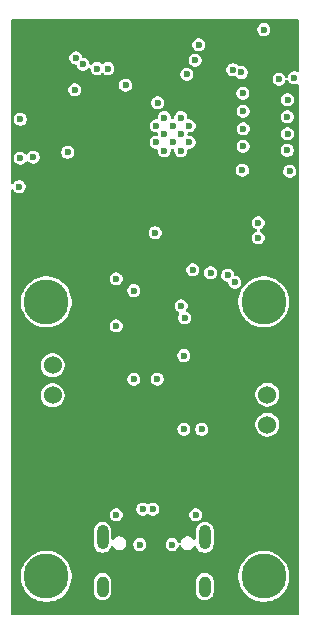
<source format=gbr>
%TF.GenerationSoftware,KiCad,Pcbnew,9.0.5*%
%TF.CreationDate,2025-11-05T18:30:54-05:00*%
%TF.ProjectId,flight-computer,666c6967-6874-42d6-936f-6d7075746572,rev?*%
%TF.SameCoordinates,Original*%
%TF.FileFunction,Copper,L3,Inr*%
%TF.FilePolarity,Positive*%
%FSLAX46Y46*%
G04 Gerber Fmt 4.6, Leading zero omitted, Abs format (unit mm)*
G04 Created by KiCad (PCBNEW 9.0.5) date 2025-11-05 18:30:54*
%MOMM*%
%LPD*%
G01*
G04 APERTURE LIST*
%TA.AperFunction,ComponentPad*%
%ADD10C,1.524000*%
%TD*%
%TA.AperFunction,HeatsinkPad*%
%ADD11O,1.000000X1.800000*%
%TD*%
%TA.AperFunction,HeatsinkPad*%
%ADD12O,1.000000X2.100000*%
%TD*%
%TA.AperFunction,ComponentPad*%
%ADD13C,3.800000*%
%TD*%
%TA.AperFunction,HeatsinkPad*%
%ADD14C,0.600000*%
%TD*%
%TA.AperFunction,ViaPad*%
%ADD15C,0.600000*%
%TD*%
G04 APERTURE END LIST*
D10*
%TO.N,Net-(J6-Pin_2)*%
%TO.C,J6*%
X154281895Y-111071655D03*
%TO.N,Net-(J6-Pin_1)*%
X154281895Y-113611655D03*
%TD*%
%TO.N,VBUS*%
%TO.C,J3*%
X136106895Y-111111555D03*
%TO.N,GND*%
X136106895Y-108571555D03*
%TD*%
D11*
%TO.N,unconnected-(J5-SHIELD-PadS1)_3*%
%TO.C,J5*%
X148981895Y-127321555D03*
D12*
%TO.N,unconnected-(J5-SHIELD-PadS1)_2*%
X148981895Y-123141555D03*
D11*
%TO.N,unconnected-(J5-SHIELD-PadS1)_1*%
X140341895Y-127321555D03*
D12*
%TO.N,unconnected-(J5-SHIELD-PadS1)*%
X140341895Y-123141555D03*
%TD*%
D13*
%TO.N,GND*%
%TO.C,H2*%
X153982000Y-103200000D03*
%TD*%
%TO.N,GND*%
%TO.C,H4*%
X153982000Y-126450000D03*
%TD*%
%TO.N,GND*%
%TO.C,H1*%
X135582000Y-103200000D03*
%TD*%
%TO.N,GND*%
%TO.C,H3*%
X135582000Y-126450000D03*
%TD*%
D14*
%TO.N,GND*%
%TO.C,U2*%
X144867600Y-88300000D03*
X144867600Y-89700000D03*
X145567600Y-87600000D03*
X145567600Y-89000000D03*
X145567600Y-90400000D03*
X146267600Y-88300000D03*
X146267600Y-89700000D03*
X146967600Y-87600000D03*
X146967600Y-89000000D03*
X146967600Y-90400000D03*
X147667600Y-88300000D03*
X147667600Y-89700000D03*
%TD*%
D15*
%TO.N,GND*%
X155281895Y-84346555D03*
X156581895Y-84246555D03*
%TO.N,+3.3V*%
X156161895Y-80446555D03*
%TO.N,GND*%
X146981895Y-103546555D03*
X134481895Y-90946555D03*
X144781895Y-97346555D03*
X148481895Y-81446555D03*
%TO.N,+3.3V*%
X148981895Y-83746555D03*
%TO.N,GND*%
X148181895Y-82746555D03*
%TO.N,+3.3V*%
X148881895Y-118646555D03*
%TO.N,GND*%
X142981895Y-109746555D03*
%TO.N,+3.3V*%
X143256895Y-105246555D03*
%TO.N,GND*%
X142981895Y-102246555D03*
X144981895Y-109746555D03*
X137981895Y-85246555D03*
X152250362Y-90043964D03*
X152223613Y-85524835D03*
X152250801Y-87060929D03*
X152250801Y-88556242D03*
X141481895Y-105246555D03*
%TO.N,+3.3V*%
X144267601Y-85746555D03*
%TO.N,GND*%
X147231895Y-107746555D03*
X147281895Y-104546555D03*
X153981895Y-80146555D03*
X148731895Y-113996555D03*
X144999494Y-86343110D03*
X147231895Y-113996555D03*
X141481895Y-101246555D03*
X148231895Y-121246555D03*
X141481895Y-121246555D03*
%TO.N,+3.3V*%
X139331895Y-86146555D03*
X148481895Y-95846555D03*
X144181895Y-118246555D03*
X148981895Y-97146555D03*
%TO.N,USB_D-*%
X143736895Y-120746555D03*
%TO.N,USB_D+*%
X144586895Y-120746555D03*
%TO.N,Net-(J5-CC2)*%
X146231895Y-123746555D03*
%TO.N,Remote Start 1*%
X149481895Y-100746555D03*
%TO.N,Remote Start 2*%
X147981895Y-100496555D03*
%TO.N,Net-(J5-CC1)*%
X143481895Y-123746555D03*
%TO.N,Net-(J1-Pin_6)*%
X133281895Y-93446555D03*
%TO.N,LSM_CS*%
X151381895Y-83546555D03*
%TO.N,LSM_MISO*%
X140781895Y-83446555D03*
%TO.N,LSM_INT2*%
X147481895Y-83946555D03*
%TO.N,LSM_INT1*%
X142281895Y-84846555D03*
%TO.N,LSM_MOSI*%
X139881895Y-83446555D03*
%TO.N,FIN_DRDY*%
X137381895Y-90546555D03*
%TO.N,FIN_RST*%
X152181895Y-92046555D03*
%TO.N,LSM_SCK*%
X152093410Y-83783727D03*
%TO.N,Net-(J1-Pin_4)*%
X133381895Y-87746555D03*
%TO.N,Net-(J2-Pin_2)*%
X156181895Y-92146555D03*
%TO.N,IMP_OUT1*%
X138081895Y-82546555D03*
%TO.N,IMP_OUT2*%
X138681895Y-83089449D03*
%TO.N,Net-(J1-Pin_5)*%
X133381895Y-91046555D03*
%TO.N,Net-(J2-Pin_6)*%
X155997193Y-86078955D03*
%TO.N,Net-(J2-Pin_4)*%
X155997193Y-88978955D03*
%TO.N,Net-(J2-Pin_3)*%
X155981549Y-90380854D03*
%TO.N,Net-(J2-Pin_5)*%
X155981895Y-87546555D03*
%TO.N,USB_D-*%
X150931374Y-100946034D03*
%TO.N,USB_D+*%
X151532416Y-101547076D03*
%TO.N,USB_D-*%
X153517600Y-96520000D03*
%TO.N,USB_D+*%
X153517600Y-97790000D03*
%TD*%
%TA.AperFunction,Conductor*%
%TO.N,+3.3V*%
G36*
X156922539Y-79266740D02*
G01*
X156968294Y-79319544D01*
X156979500Y-79371055D01*
X156979500Y-83625675D01*
X156959815Y-83692714D01*
X156907011Y-83738469D01*
X156837853Y-83748413D01*
X156802152Y-83736058D01*
X156801894Y-83736683D01*
X156794384Y-83733572D01*
X156782901Y-83730495D01*
X156654370Y-83696055D01*
X156509420Y-83696055D01*
X156380888Y-83730495D01*
X156369406Y-83733572D01*
X156243883Y-83806043D01*
X156243877Y-83806048D01*
X156141388Y-83908537D01*
X156141383Y-83908543D01*
X156068912Y-84034066D01*
X156038272Y-84148415D01*
X156001906Y-84208076D01*
X155939059Y-84238604D01*
X155869684Y-84230309D01*
X155815806Y-84185823D01*
X155798723Y-84148416D01*
X155794879Y-84134070D01*
X155787761Y-84121742D01*
X155722406Y-84008543D01*
X155722401Y-84008537D01*
X155619912Y-83906048D01*
X155619906Y-83906043D01*
X155494383Y-83833572D01*
X155494384Y-83833572D01*
X155478347Y-83829275D01*
X155354370Y-83796055D01*
X155209420Y-83796055D01*
X155085443Y-83829275D01*
X155069406Y-83833572D01*
X154943883Y-83906043D01*
X154943877Y-83906048D01*
X154841388Y-84008537D01*
X154841383Y-84008543D01*
X154768912Y-84134066D01*
X154768911Y-84134070D01*
X154731395Y-84274080D01*
X154731395Y-84419030D01*
X154768911Y-84559040D01*
X154768912Y-84559043D01*
X154841383Y-84684566D01*
X154841385Y-84684568D01*
X154841386Y-84684570D01*
X154943880Y-84787064D01*
X154943881Y-84787065D01*
X154943883Y-84787066D01*
X155069406Y-84859537D01*
X155069407Y-84859537D01*
X155069410Y-84859539D01*
X155209420Y-84897055D01*
X155209423Y-84897055D01*
X155354367Y-84897055D01*
X155354370Y-84897055D01*
X155494380Y-84859539D01*
X155619910Y-84787064D01*
X155722404Y-84684570D01*
X155794879Y-84559040D01*
X155825519Y-84444691D01*
X155861882Y-84385034D01*
X155924729Y-84354505D01*
X155994104Y-84362800D01*
X156047982Y-84407285D01*
X156065066Y-84444691D01*
X156068911Y-84459041D01*
X156068912Y-84459043D01*
X156141383Y-84584566D01*
X156141385Y-84584568D01*
X156141386Y-84584570D01*
X156243880Y-84687064D01*
X156243881Y-84687065D01*
X156243883Y-84687066D01*
X156369406Y-84759537D01*
X156369407Y-84759537D01*
X156369410Y-84759539D01*
X156509420Y-84797055D01*
X156509423Y-84797055D01*
X156654367Y-84797055D01*
X156654370Y-84797055D01*
X156794380Y-84759539D01*
X156794382Y-84759537D01*
X156794384Y-84759537D01*
X156801894Y-84756427D01*
X156802490Y-84757867D01*
X156861390Y-84743574D01*
X156927419Y-84766421D01*
X156970614Y-84821338D01*
X156979500Y-84867434D01*
X156979500Y-129622055D01*
X156959815Y-129689094D01*
X156907011Y-129734849D01*
X156855500Y-129746055D01*
X132704500Y-129746055D01*
X132637461Y-129726370D01*
X132591706Y-129673566D01*
X132580500Y-129622055D01*
X132580500Y-126309041D01*
X133431500Y-126309041D01*
X133431500Y-126590958D01*
X133468295Y-126870439D01*
X133541259Y-127142743D01*
X133649135Y-127403179D01*
X133649140Y-127403190D01*
X133790083Y-127647309D01*
X133790088Y-127647317D01*
X133961700Y-127870965D01*
X133961704Y-127870970D01*
X134161029Y-128070295D01*
X134161033Y-128070298D01*
X134161035Y-128070300D01*
X134384683Y-128241912D01*
X134384690Y-128241916D01*
X134628809Y-128382859D01*
X134628814Y-128382861D01*
X134628817Y-128382863D01*
X134889261Y-128490742D01*
X135161558Y-128563704D01*
X135441049Y-128600500D01*
X135441056Y-128600500D01*
X135722944Y-128600500D01*
X135722951Y-128600500D01*
X136002442Y-128563704D01*
X136274739Y-128490742D01*
X136535183Y-128382863D01*
X136779317Y-128241912D01*
X137002965Y-128070300D01*
X137202300Y-127870965D01*
X137260226Y-127795475D01*
X139591394Y-127795475D01*
X139620235Y-127940462D01*
X139620238Y-127940472D01*
X139676807Y-128077043D01*
X139676814Y-128077056D01*
X139758943Y-128199970D01*
X139758946Y-128199974D01*
X139863475Y-128304503D01*
X139863479Y-128304506D01*
X139986393Y-128386635D01*
X139986406Y-128386642D01*
X140122977Y-128443211D01*
X140122982Y-128443213D01*
X140122986Y-128443213D01*
X140122987Y-128443214D01*
X140267974Y-128472055D01*
X140267977Y-128472055D01*
X140415815Y-128472055D01*
X140513357Y-128452651D01*
X140560808Y-128443213D01*
X140697390Y-128386639D01*
X140820311Y-128304506D01*
X140924846Y-128199971D01*
X141006979Y-128077050D01*
X141063553Y-127940468D01*
X141092395Y-127795475D01*
X148231394Y-127795475D01*
X148260235Y-127940462D01*
X148260238Y-127940472D01*
X148316807Y-128077043D01*
X148316814Y-128077056D01*
X148398943Y-128199970D01*
X148398946Y-128199974D01*
X148503475Y-128304503D01*
X148503479Y-128304506D01*
X148626393Y-128386635D01*
X148626406Y-128386642D01*
X148762977Y-128443211D01*
X148762982Y-128443213D01*
X148762986Y-128443213D01*
X148762987Y-128443214D01*
X148907974Y-128472055D01*
X148907977Y-128472055D01*
X149055815Y-128472055D01*
X149153357Y-128452651D01*
X149200808Y-128443213D01*
X149337390Y-128386639D01*
X149460311Y-128304506D01*
X149564846Y-128199971D01*
X149646979Y-128077050D01*
X149703553Y-127940468D01*
X149732395Y-127795473D01*
X149732395Y-126847637D01*
X149732395Y-126847634D01*
X149703554Y-126702647D01*
X149703553Y-126702646D01*
X149703553Y-126702642D01*
X149703551Y-126702637D01*
X149646982Y-126566066D01*
X149646975Y-126566053D01*
X149564846Y-126443139D01*
X149564843Y-126443135D01*
X149460314Y-126338606D01*
X149460310Y-126338603D01*
X149416068Y-126309041D01*
X151831500Y-126309041D01*
X151831500Y-126590958D01*
X151868295Y-126870439D01*
X151941259Y-127142743D01*
X152049135Y-127403179D01*
X152049140Y-127403190D01*
X152190083Y-127647309D01*
X152190088Y-127647317D01*
X152361700Y-127870965D01*
X152361704Y-127870970D01*
X152561029Y-128070295D01*
X152561033Y-128070298D01*
X152561035Y-128070300D01*
X152784683Y-128241912D01*
X152784690Y-128241916D01*
X153028809Y-128382859D01*
X153028814Y-128382861D01*
X153028817Y-128382863D01*
X153289261Y-128490742D01*
X153561558Y-128563704D01*
X153841049Y-128600500D01*
X153841056Y-128600500D01*
X154122944Y-128600500D01*
X154122951Y-128600500D01*
X154402442Y-128563704D01*
X154674739Y-128490742D01*
X154935183Y-128382863D01*
X155179317Y-128241912D01*
X155402965Y-128070300D01*
X155602300Y-127870965D01*
X155773912Y-127647317D01*
X155914863Y-127403183D01*
X156022742Y-127142739D01*
X156095704Y-126870442D01*
X156132500Y-126590951D01*
X156132500Y-126309049D01*
X156095704Y-126029558D01*
X156022742Y-125757261D01*
X155914863Y-125496817D01*
X155914861Y-125496814D01*
X155914859Y-125496809D01*
X155773916Y-125252690D01*
X155773912Y-125252683D01*
X155602300Y-125029035D01*
X155602298Y-125029033D01*
X155602295Y-125029029D01*
X155402970Y-124829704D01*
X155402965Y-124829700D01*
X155179317Y-124658088D01*
X155179311Y-124658084D01*
X155179309Y-124658083D01*
X154935190Y-124517140D01*
X154935179Y-124517135D01*
X154674743Y-124409259D01*
X154402439Y-124336295D01*
X154122958Y-124299500D01*
X154122951Y-124299500D01*
X153841049Y-124299500D01*
X153841041Y-124299500D01*
X153561560Y-124336295D01*
X153289256Y-124409259D01*
X153028820Y-124517135D01*
X153028809Y-124517140D01*
X152784690Y-124658083D01*
X152784682Y-124658089D01*
X152561029Y-124829704D01*
X152361704Y-125029029D01*
X152190089Y-125252682D01*
X152190083Y-125252690D01*
X152049140Y-125496809D01*
X152049135Y-125496820D01*
X151941259Y-125757256D01*
X151868295Y-126029560D01*
X151831500Y-126309041D01*
X149416068Y-126309041D01*
X149337396Y-126256474D01*
X149337383Y-126256467D01*
X149200812Y-126199898D01*
X149200802Y-126199895D01*
X149055815Y-126171055D01*
X149055813Y-126171055D01*
X148907977Y-126171055D01*
X148907975Y-126171055D01*
X148762987Y-126199895D01*
X148762977Y-126199898D01*
X148626406Y-126256467D01*
X148626393Y-126256474D01*
X148503479Y-126338603D01*
X148503475Y-126338606D01*
X148398946Y-126443135D01*
X148398943Y-126443139D01*
X148316814Y-126566053D01*
X148316807Y-126566066D01*
X148260238Y-126702637D01*
X148260235Y-126702647D01*
X148231395Y-126847634D01*
X148231395Y-126847637D01*
X148231395Y-127795473D01*
X148231395Y-127795475D01*
X148231394Y-127795475D01*
X141092395Y-127795475D01*
X141092395Y-127795473D01*
X141092395Y-126847637D01*
X141092395Y-126847634D01*
X141063554Y-126702647D01*
X141063553Y-126702646D01*
X141063553Y-126702642D01*
X141063551Y-126702637D01*
X141006982Y-126566066D01*
X141006975Y-126566053D01*
X140924846Y-126443139D01*
X140924843Y-126443135D01*
X140820314Y-126338606D01*
X140820310Y-126338603D01*
X140697396Y-126256474D01*
X140697383Y-126256467D01*
X140560812Y-126199898D01*
X140560802Y-126199895D01*
X140415815Y-126171055D01*
X140415813Y-126171055D01*
X140267977Y-126171055D01*
X140267975Y-126171055D01*
X140122987Y-126199895D01*
X140122977Y-126199898D01*
X139986406Y-126256467D01*
X139986393Y-126256474D01*
X139863479Y-126338603D01*
X139863475Y-126338606D01*
X139758946Y-126443135D01*
X139758943Y-126443139D01*
X139676814Y-126566053D01*
X139676807Y-126566066D01*
X139620238Y-126702637D01*
X139620235Y-126702647D01*
X139591395Y-126847634D01*
X139591395Y-126847637D01*
X139591395Y-127795473D01*
X139591395Y-127795475D01*
X139591394Y-127795475D01*
X137260226Y-127795475D01*
X137373912Y-127647317D01*
X137514863Y-127403183D01*
X137622742Y-127142739D01*
X137695704Y-126870442D01*
X137732500Y-126590951D01*
X137732500Y-126309049D01*
X137695704Y-126029558D01*
X137622742Y-125757261D01*
X137514863Y-125496817D01*
X137514861Y-125496814D01*
X137514859Y-125496809D01*
X137373916Y-125252690D01*
X137373912Y-125252683D01*
X137202300Y-125029035D01*
X137202298Y-125029033D01*
X137202295Y-125029029D01*
X137002970Y-124829704D01*
X137002965Y-124829700D01*
X136779317Y-124658088D01*
X136779311Y-124658084D01*
X136779309Y-124658083D01*
X136535190Y-124517140D01*
X136535179Y-124517135D01*
X136274743Y-124409259D01*
X136002439Y-124336295D01*
X135722958Y-124299500D01*
X135722951Y-124299500D01*
X135441049Y-124299500D01*
X135441041Y-124299500D01*
X135161560Y-124336295D01*
X134889256Y-124409259D01*
X134628820Y-124517135D01*
X134628809Y-124517140D01*
X134384690Y-124658083D01*
X134384682Y-124658089D01*
X134161029Y-124829704D01*
X133961704Y-125029029D01*
X133790089Y-125252682D01*
X133790083Y-125252690D01*
X133649140Y-125496809D01*
X133649135Y-125496820D01*
X133541259Y-125757256D01*
X133468295Y-126029560D01*
X133431500Y-126309041D01*
X132580500Y-126309041D01*
X132580500Y-123765475D01*
X139591394Y-123765475D01*
X139620235Y-123910462D01*
X139620238Y-123910472D01*
X139676807Y-124047043D01*
X139676814Y-124047056D01*
X139758943Y-124169970D01*
X139758946Y-124169974D01*
X139863475Y-124274503D01*
X139863479Y-124274506D01*
X139986393Y-124356635D01*
X139986406Y-124356642D01*
X140113434Y-124409258D01*
X140122982Y-124413213D01*
X140122986Y-124413213D01*
X140122987Y-124413214D01*
X140267974Y-124442055D01*
X140267977Y-124442055D01*
X140415815Y-124442055D01*
X140513357Y-124422651D01*
X140560808Y-124413213D01*
X140697390Y-124356639D01*
X140820311Y-124274506D01*
X140924846Y-124169971D01*
X141006979Y-124047050D01*
X141050488Y-123942008D01*
X141094326Y-123887610D01*
X141160620Y-123865544D01*
X141228319Y-123882823D01*
X141272434Y-123927464D01*
X141311380Y-123994920D01*
X141418530Y-124102070D01*
X141549760Y-124177836D01*
X141696129Y-124217055D01*
X141696131Y-124217055D01*
X141847659Y-124217055D01*
X141847661Y-124217055D01*
X141994030Y-124177836D01*
X142125260Y-124102070D01*
X142232410Y-123994920D01*
X142308176Y-123863690D01*
X142347395Y-123717321D01*
X142347395Y-123674080D01*
X142931395Y-123674080D01*
X142931395Y-123819030D01*
X142964349Y-123942013D01*
X142968912Y-123959043D01*
X143041383Y-124084566D01*
X143041385Y-124084568D01*
X143041386Y-124084570D01*
X143143880Y-124187064D01*
X143143881Y-124187065D01*
X143143883Y-124187066D01*
X143269406Y-124259537D01*
X143269407Y-124259537D01*
X143269410Y-124259539D01*
X143409420Y-124297055D01*
X143409423Y-124297055D01*
X143554367Y-124297055D01*
X143554370Y-124297055D01*
X143694380Y-124259539D01*
X143819910Y-124187064D01*
X143922404Y-124084570D01*
X143994879Y-123959040D01*
X144032395Y-123819030D01*
X144032395Y-123674080D01*
X145681395Y-123674080D01*
X145681395Y-123819030D01*
X145714349Y-123942013D01*
X145718912Y-123959043D01*
X145791383Y-124084566D01*
X145791385Y-124084568D01*
X145791386Y-124084570D01*
X145893880Y-124187064D01*
X145893881Y-124187065D01*
X145893883Y-124187066D01*
X146019406Y-124259537D01*
X146019407Y-124259537D01*
X146019410Y-124259539D01*
X146159420Y-124297055D01*
X146159423Y-124297055D01*
X146304367Y-124297055D01*
X146304370Y-124297055D01*
X146444380Y-124259539D01*
X146569910Y-124187064D01*
X146672404Y-124084570D01*
X146744879Y-123959040D01*
X146773247Y-123853168D01*
X146809611Y-123793511D01*
X146872458Y-123762982D01*
X146941834Y-123771277D01*
X146995712Y-123815762D01*
X147012794Y-123853168D01*
X147015614Y-123863690D01*
X147091380Y-123994920D01*
X147198530Y-124102070D01*
X147329760Y-124177836D01*
X147476129Y-124217055D01*
X147476131Y-124217055D01*
X147627659Y-124217055D01*
X147627661Y-124217055D01*
X147774030Y-124177836D01*
X147905260Y-124102070D01*
X148012410Y-123994920D01*
X148051355Y-123927464D01*
X148101922Y-123879249D01*
X148170529Y-123866026D01*
X148235394Y-123891994D01*
X148273303Y-123942013D01*
X148316807Y-124047043D01*
X148316814Y-124047056D01*
X148398943Y-124169970D01*
X148398946Y-124169974D01*
X148503475Y-124274503D01*
X148503479Y-124274506D01*
X148626393Y-124356635D01*
X148626406Y-124356642D01*
X148753434Y-124409258D01*
X148762982Y-124413213D01*
X148762986Y-124413213D01*
X148762987Y-124413214D01*
X148907974Y-124442055D01*
X148907977Y-124442055D01*
X149055815Y-124442055D01*
X149153357Y-124422651D01*
X149200808Y-124413213D01*
X149337390Y-124356639D01*
X149460311Y-124274506D01*
X149564846Y-124169971D01*
X149646979Y-124047050D01*
X149703553Y-123910468D01*
X149726818Y-123793511D01*
X149732395Y-123765475D01*
X149732395Y-122517634D01*
X149703554Y-122372647D01*
X149703553Y-122372646D01*
X149703553Y-122372642D01*
X149703551Y-122372637D01*
X149646982Y-122236066D01*
X149646975Y-122236053D01*
X149564846Y-122113139D01*
X149564843Y-122113135D01*
X149460314Y-122008606D01*
X149460310Y-122008603D01*
X149337396Y-121926474D01*
X149337383Y-121926467D01*
X149200812Y-121869898D01*
X149200802Y-121869895D01*
X149055815Y-121841055D01*
X149055813Y-121841055D01*
X148907977Y-121841055D01*
X148907975Y-121841055D01*
X148762987Y-121869895D01*
X148762982Y-121869897D01*
X148702237Y-121895057D01*
X148702227Y-121895062D01*
X148626400Y-121926471D01*
X148536519Y-121986527D01*
X148536498Y-121986539D01*
X148503477Y-122008604D01*
X148398946Y-122113135D01*
X148398943Y-122113139D01*
X148316814Y-122236053D01*
X148316807Y-122236066D01*
X148260238Y-122372637D01*
X148260235Y-122372647D01*
X148231395Y-122517634D01*
X148231395Y-123208285D01*
X148211710Y-123275324D01*
X148158906Y-123321079D01*
X148089748Y-123331023D01*
X148026192Y-123301998D01*
X148018383Y-123293710D01*
X148018157Y-123293937D01*
X147905262Y-123181042D01*
X147905260Y-123181040D01*
X147839645Y-123143157D01*
X147774031Y-123105274D01*
X147700845Y-123085664D01*
X147627661Y-123066055D01*
X147476129Y-123066055D01*
X147329758Y-123105274D01*
X147198530Y-123181040D01*
X147198527Y-123181042D01*
X147091382Y-123288187D01*
X147091380Y-123288190D01*
X147015615Y-123419418D01*
X146984661Y-123534939D01*
X146948296Y-123594599D01*
X146885449Y-123625128D01*
X146816073Y-123616833D01*
X146762195Y-123572348D01*
X146748117Y-123541520D01*
X146747987Y-123541574D01*
X146746478Y-123537931D01*
X146745111Y-123534939D01*
X146744879Y-123534070D01*
X146744877Y-123534066D01*
X146744877Y-123534065D01*
X146672406Y-123408543D01*
X146672401Y-123408537D01*
X146569912Y-123306048D01*
X146569906Y-123306043D01*
X146444383Y-123233572D01*
X146444384Y-123233572D01*
X146432901Y-123230495D01*
X146304370Y-123196055D01*
X146159420Y-123196055D01*
X146030888Y-123230495D01*
X146019406Y-123233572D01*
X145893883Y-123306043D01*
X145893877Y-123306048D01*
X145791388Y-123408537D01*
X145791383Y-123408543D01*
X145718912Y-123534066D01*
X145718911Y-123534070D01*
X145681395Y-123674080D01*
X144032395Y-123674080D01*
X143994879Y-123534070D01*
X143928684Y-123419418D01*
X143922406Y-123408543D01*
X143922401Y-123408537D01*
X143819912Y-123306048D01*
X143819906Y-123306043D01*
X143694383Y-123233572D01*
X143694384Y-123233572D01*
X143682901Y-123230495D01*
X143554370Y-123196055D01*
X143409420Y-123196055D01*
X143280888Y-123230495D01*
X143269406Y-123233572D01*
X143143883Y-123306043D01*
X143143877Y-123306048D01*
X143041388Y-123408537D01*
X143041383Y-123408543D01*
X142968912Y-123534066D01*
X142968911Y-123534070D01*
X142931395Y-123674080D01*
X142347395Y-123674080D01*
X142347395Y-123565789D01*
X142308176Y-123419420D01*
X142232410Y-123288190D01*
X142125260Y-123181040D01*
X142059645Y-123143157D01*
X141994031Y-123105274D01*
X141920845Y-123085664D01*
X141847661Y-123066055D01*
X141696129Y-123066055D01*
X141549758Y-123105274D01*
X141418530Y-123181040D01*
X141418527Y-123181042D01*
X141305633Y-123293937D01*
X141303614Y-123291918D01*
X141258340Y-123324975D01*
X141188593Y-123329128D01*
X141127674Y-123294914D01*
X141094923Y-123233196D01*
X141092395Y-123208285D01*
X141092395Y-122517634D01*
X141063554Y-122372647D01*
X141063553Y-122372646D01*
X141063553Y-122372642D01*
X141063551Y-122372637D01*
X141006982Y-122236066D01*
X141006975Y-122236053D01*
X140924846Y-122113139D01*
X140924843Y-122113135D01*
X140820314Y-122008606D01*
X140820310Y-122008603D01*
X140697396Y-121926474D01*
X140697383Y-121926467D01*
X140560812Y-121869898D01*
X140560802Y-121869895D01*
X140415815Y-121841055D01*
X140415813Y-121841055D01*
X140267977Y-121841055D01*
X140267975Y-121841055D01*
X140122987Y-121869895D01*
X140122977Y-121869898D01*
X139986406Y-121926467D01*
X139986393Y-121926474D01*
X139863479Y-122008603D01*
X139863475Y-122008606D01*
X139758946Y-122113135D01*
X139758943Y-122113139D01*
X139676814Y-122236053D01*
X139676807Y-122236066D01*
X139620238Y-122372637D01*
X139620235Y-122372647D01*
X139591395Y-122517634D01*
X139591395Y-122517637D01*
X139591395Y-123765473D01*
X139591395Y-123765475D01*
X139591394Y-123765475D01*
X132580500Y-123765475D01*
X132580500Y-121174080D01*
X140931395Y-121174080D01*
X140931395Y-121319030D01*
X140968911Y-121459040D01*
X140968912Y-121459043D01*
X141041383Y-121584566D01*
X141041385Y-121584568D01*
X141041386Y-121584570D01*
X141143880Y-121687064D01*
X141143881Y-121687065D01*
X141143883Y-121687066D01*
X141269406Y-121759537D01*
X141269407Y-121759537D01*
X141269410Y-121759539D01*
X141409420Y-121797055D01*
X141409423Y-121797055D01*
X141554367Y-121797055D01*
X141554370Y-121797055D01*
X141694380Y-121759539D01*
X141819910Y-121687064D01*
X141922404Y-121584570D01*
X141994879Y-121459040D01*
X142032395Y-121319030D01*
X142032395Y-121174080D01*
X141994879Y-121034070D01*
X141951560Y-120959040D01*
X141922406Y-120908543D01*
X141922401Y-120908537D01*
X141819912Y-120806048D01*
X141819910Y-120806046D01*
X141694380Y-120733571D01*
X141554370Y-120696055D01*
X141409420Y-120696055D01*
X141280888Y-120730495D01*
X141269406Y-120733572D01*
X141143883Y-120806043D01*
X141143877Y-120806048D01*
X141041388Y-120908537D01*
X141041383Y-120908543D01*
X140968912Y-121034066D01*
X140968911Y-121034070D01*
X140931395Y-121174080D01*
X132580500Y-121174080D01*
X132580500Y-120674080D01*
X143186395Y-120674080D01*
X143186395Y-120819030D01*
X143223911Y-120959040D01*
X143223912Y-120959043D01*
X143296383Y-121084566D01*
X143296385Y-121084568D01*
X143296386Y-121084570D01*
X143398880Y-121187064D01*
X143398881Y-121187065D01*
X143398883Y-121187066D01*
X143524406Y-121259537D01*
X143524407Y-121259537D01*
X143524410Y-121259539D01*
X143664420Y-121297055D01*
X143664423Y-121297055D01*
X143809367Y-121297055D01*
X143809370Y-121297055D01*
X143949380Y-121259539D01*
X144074910Y-121187064D01*
X144074914Y-121187059D01*
X144081356Y-121182117D01*
X144082298Y-121183345D01*
X144135537Y-121154275D01*
X144205229Y-121159259D01*
X144241892Y-121182822D01*
X144242434Y-121182117D01*
X144248883Y-121187066D01*
X144374406Y-121259537D01*
X144374407Y-121259537D01*
X144374410Y-121259539D01*
X144514420Y-121297055D01*
X144514423Y-121297055D01*
X144659367Y-121297055D01*
X144659370Y-121297055D01*
X144799380Y-121259539D01*
X144924910Y-121187064D01*
X144937894Y-121174080D01*
X147681395Y-121174080D01*
X147681395Y-121319030D01*
X147718911Y-121459040D01*
X147718912Y-121459043D01*
X147791383Y-121584566D01*
X147791385Y-121584568D01*
X147791386Y-121584570D01*
X147893880Y-121687064D01*
X147893881Y-121687065D01*
X147893883Y-121687066D01*
X148019406Y-121759537D01*
X148019407Y-121759537D01*
X148019410Y-121759539D01*
X148159420Y-121797055D01*
X148159423Y-121797055D01*
X148304368Y-121797055D01*
X148304370Y-121797055D01*
X148444380Y-121759539D01*
X148569910Y-121687064D01*
X148672404Y-121584570D01*
X148744879Y-121459040D01*
X148782395Y-121319030D01*
X148782395Y-121174080D01*
X148744879Y-121034070D01*
X148701560Y-120959040D01*
X148672406Y-120908543D01*
X148672401Y-120908537D01*
X148569912Y-120806048D01*
X148569906Y-120806043D01*
X148444383Y-120733572D01*
X148444384Y-120733572D01*
X148432901Y-120730495D01*
X148304370Y-120696055D01*
X148159420Y-120696055D01*
X148030888Y-120730495D01*
X148019406Y-120733572D01*
X147893883Y-120806043D01*
X147893877Y-120806048D01*
X147791388Y-120908537D01*
X147791383Y-120908543D01*
X147718912Y-121034066D01*
X147718911Y-121034070D01*
X147681395Y-121174080D01*
X144937894Y-121174080D01*
X145027404Y-121084570D01*
X145099879Y-120959040D01*
X145137395Y-120819030D01*
X145137395Y-120674080D01*
X145099879Y-120534070D01*
X145027404Y-120408540D01*
X144924910Y-120306046D01*
X144924908Y-120306045D01*
X144924906Y-120306043D01*
X144799383Y-120233572D01*
X144799384Y-120233572D01*
X144787901Y-120230495D01*
X144659370Y-120196055D01*
X144514420Y-120196055D01*
X144385888Y-120230495D01*
X144374406Y-120233572D01*
X144248883Y-120306043D01*
X144242434Y-120310993D01*
X144241491Y-120309764D01*
X144188253Y-120338835D01*
X144118561Y-120333851D01*
X144081897Y-120310287D01*
X144081356Y-120310993D01*
X144074906Y-120306043D01*
X143949383Y-120233572D01*
X143949384Y-120233572D01*
X143937901Y-120230495D01*
X143809370Y-120196055D01*
X143664420Y-120196055D01*
X143535888Y-120230495D01*
X143524406Y-120233572D01*
X143398883Y-120306043D01*
X143398877Y-120306048D01*
X143296388Y-120408537D01*
X143296383Y-120408543D01*
X143223912Y-120534066D01*
X143223911Y-120534070D01*
X143186395Y-120674080D01*
X132580500Y-120674080D01*
X132580500Y-113924080D01*
X146681395Y-113924080D01*
X146681395Y-114069030D01*
X146687352Y-114091260D01*
X146718912Y-114209043D01*
X146791383Y-114334566D01*
X146791385Y-114334568D01*
X146791386Y-114334570D01*
X146893880Y-114437064D01*
X146893881Y-114437065D01*
X146893883Y-114437066D01*
X147019406Y-114509537D01*
X147019407Y-114509537D01*
X147019410Y-114509539D01*
X147159420Y-114547055D01*
X147159423Y-114547055D01*
X147304367Y-114547055D01*
X147304370Y-114547055D01*
X147444380Y-114509539D01*
X147569910Y-114437064D01*
X147672404Y-114334570D01*
X147744879Y-114209040D01*
X147782395Y-114069030D01*
X147782395Y-113924080D01*
X148181395Y-113924080D01*
X148181395Y-114069030D01*
X148187352Y-114091260D01*
X148218912Y-114209043D01*
X148291383Y-114334566D01*
X148291385Y-114334568D01*
X148291386Y-114334570D01*
X148393880Y-114437064D01*
X148393881Y-114437065D01*
X148393883Y-114437066D01*
X148519406Y-114509537D01*
X148519407Y-114509537D01*
X148519410Y-114509539D01*
X148659420Y-114547055D01*
X148659423Y-114547055D01*
X148804367Y-114547055D01*
X148804370Y-114547055D01*
X148944380Y-114509539D01*
X149069910Y-114437064D01*
X149172404Y-114334570D01*
X149244879Y-114209040D01*
X149282395Y-114069030D01*
X149282395Y-113924080D01*
X149244879Y-113784070D01*
X149202911Y-113711380D01*
X153269394Y-113711380D01*
X153308303Y-113906984D01*
X153308306Y-113906994D01*
X153384625Y-114091247D01*
X153384632Y-114091260D01*
X153495434Y-114257085D01*
X153495437Y-114257089D01*
X153636460Y-114398112D01*
X153636464Y-114398115D01*
X153802289Y-114508917D01*
X153802302Y-114508924D01*
X153894360Y-114547055D01*
X153986560Y-114585245D01*
X153986564Y-114585245D01*
X153986565Y-114585246D01*
X154182169Y-114624155D01*
X154182172Y-114624155D01*
X154381620Y-114624155D01*
X154513219Y-114597977D01*
X154577230Y-114585245D01*
X154761494Y-114508921D01*
X154927326Y-114398115D01*
X155068355Y-114257086D01*
X155179161Y-114091254D01*
X155255485Y-113906990D01*
X155279936Y-113784070D01*
X155294395Y-113711380D01*
X155294395Y-113511929D01*
X155255486Y-113316325D01*
X155255485Y-113316324D01*
X155255485Y-113316320D01*
X155255483Y-113316315D01*
X155179164Y-113132062D01*
X155179157Y-113132049D01*
X155068355Y-112966224D01*
X155068352Y-112966220D01*
X154927329Y-112825197D01*
X154927325Y-112825194D01*
X154761500Y-112714392D01*
X154761487Y-112714385D01*
X154577234Y-112638066D01*
X154577224Y-112638063D01*
X154381620Y-112599155D01*
X154381618Y-112599155D01*
X154182172Y-112599155D01*
X154182170Y-112599155D01*
X153986565Y-112638063D01*
X153986555Y-112638066D01*
X153802302Y-112714385D01*
X153802289Y-112714392D01*
X153636464Y-112825194D01*
X153636460Y-112825197D01*
X153495437Y-112966220D01*
X153495434Y-112966224D01*
X153384632Y-113132049D01*
X153384625Y-113132062D01*
X153308306Y-113316315D01*
X153308303Y-113316325D01*
X153269395Y-113511929D01*
X153269395Y-113511932D01*
X153269395Y-113711378D01*
X153269395Y-113711380D01*
X153269394Y-113711380D01*
X149202911Y-113711380D01*
X149172406Y-113658543D01*
X149172401Y-113658537D01*
X149069912Y-113556048D01*
X149069906Y-113556043D01*
X148944383Y-113483572D01*
X148944384Y-113483572D01*
X148932901Y-113480495D01*
X148804370Y-113446055D01*
X148659420Y-113446055D01*
X148530888Y-113480495D01*
X148519406Y-113483572D01*
X148393883Y-113556043D01*
X148393877Y-113556048D01*
X148291388Y-113658537D01*
X148291383Y-113658543D01*
X148218912Y-113784066D01*
X148218911Y-113784070D01*
X148181395Y-113924080D01*
X147782395Y-113924080D01*
X147744879Y-113784070D01*
X147702911Y-113711380D01*
X147672406Y-113658543D01*
X147672401Y-113658537D01*
X147569912Y-113556048D01*
X147569906Y-113556043D01*
X147444383Y-113483572D01*
X147444384Y-113483572D01*
X147432901Y-113480495D01*
X147304370Y-113446055D01*
X147159420Y-113446055D01*
X147030888Y-113480495D01*
X147019406Y-113483572D01*
X146893883Y-113556043D01*
X146893877Y-113556048D01*
X146791388Y-113658537D01*
X146791383Y-113658543D01*
X146718912Y-113784066D01*
X146718911Y-113784070D01*
X146681395Y-113924080D01*
X132580500Y-113924080D01*
X132580500Y-111211280D01*
X135094394Y-111211280D01*
X135133303Y-111406884D01*
X135133306Y-111406894D01*
X135209625Y-111591147D01*
X135209632Y-111591160D01*
X135320434Y-111756985D01*
X135320437Y-111756989D01*
X135461460Y-111898012D01*
X135461464Y-111898015D01*
X135627289Y-112008817D01*
X135627302Y-112008824D01*
X135715234Y-112045246D01*
X135811560Y-112085145D01*
X135811564Y-112085145D01*
X135811565Y-112085146D01*
X136007169Y-112124055D01*
X136007172Y-112124055D01*
X136206620Y-112124055D01*
X136338219Y-112097877D01*
X136402230Y-112085145D01*
X136586494Y-112008821D01*
X136752326Y-111898015D01*
X136893355Y-111756986D01*
X137004161Y-111591154D01*
X137020686Y-111551260D01*
X137080483Y-111406894D01*
X137080485Y-111406890D01*
X137119395Y-111211278D01*
X137119395Y-111171380D01*
X153269394Y-111171380D01*
X153308303Y-111366984D01*
X153308306Y-111366994D01*
X153384625Y-111551247D01*
X153384632Y-111551260D01*
X153495434Y-111717085D01*
X153495437Y-111717089D01*
X153636460Y-111858112D01*
X153636464Y-111858115D01*
X153802289Y-111968917D01*
X153802302Y-111968924D01*
X153986555Y-112045243D01*
X153986560Y-112045245D01*
X153986564Y-112045245D01*
X153986565Y-112045246D01*
X154182169Y-112084155D01*
X154182172Y-112084155D01*
X154381620Y-112084155D01*
X154513219Y-112057977D01*
X154577230Y-112045245D01*
X154761494Y-111968921D01*
X154927326Y-111858115D01*
X155068355Y-111717086D01*
X155179161Y-111551254D01*
X155255485Y-111366990D01*
X155286458Y-111211280D01*
X155294395Y-111171380D01*
X155294395Y-110971929D01*
X155255486Y-110776325D01*
X155255485Y-110776324D01*
X155255485Y-110776320D01*
X155255483Y-110776315D01*
X155179164Y-110592062D01*
X155179157Y-110592049D01*
X155068355Y-110426224D01*
X155068352Y-110426220D01*
X154927329Y-110285197D01*
X154927325Y-110285194D01*
X154761500Y-110174392D01*
X154761487Y-110174385D01*
X154577234Y-110098066D01*
X154577224Y-110098063D01*
X154381620Y-110059155D01*
X154381618Y-110059155D01*
X154182172Y-110059155D01*
X154182170Y-110059155D01*
X153986565Y-110098063D01*
X153986555Y-110098066D01*
X153802302Y-110174385D01*
X153802289Y-110174392D01*
X153636464Y-110285194D01*
X153636460Y-110285197D01*
X153495437Y-110426220D01*
X153495434Y-110426224D01*
X153384632Y-110592049D01*
X153384625Y-110592062D01*
X153308306Y-110776315D01*
X153308303Y-110776325D01*
X153269395Y-110971929D01*
X153269395Y-110971932D01*
X153269395Y-111171378D01*
X153269395Y-111171380D01*
X153269394Y-111171380D01*
X137119395Y-111171380D01*
X137119395Y-111011832D01*
X137119395Y-111011829D01*
X137115059Y-110990032D01*
X137115059Y-110990031D01*
X137080486Y-110816227D01*
X137080486Y-110816225D01*
X137080485Y-110816220D01*
X137063956Y-110776315D01*
X137004164Y-110631962D01*
X137004157Y-110631949D01*
X136893355Y-110466124D01*
X136893352Y-110466120D01*
X136752329Y-110325097D01*
X136752325Y-110325094D01*
X136586500Y-110214292D01*
X136586487Y-110214285D01*
X136402234Y-110137966D01*
X136402224Y-110137963D01*
X136206620Y-110099055D01*
X136206618Y-110099055D01*
X136007172Y-110099055D01*
X136007170Y-110099055D01*
X135811565Y-110137963D01*
X135811555Y-110137966D01*
X135627302Y-110214285D01*
X135627289Y-110214292D01*
X135461464Y-110325094D01*
X135461460Y-110325097D01*
X135320437Y-110466120D01*
X135320434Y-110466124D01*
X135209632Y-110631949D01*
X135209625Y-110631962D01*
X135133306Y-110816215D01*
X135133303Y-110816225D01*
X135094395Y-111011829D01*
X135094395Y-111011832D01*
X135094395Y-111211278D01*
X135094395Y-111211280D01*
X135094394Y-111211280D01*
X132580500Y-111211280D01*
X132580500Y-109674080D01*
X142431395Y-109674080D01*
X142431395Y-109819030D01*
X142468911Y-109959040D01*
X142468912Y-109959043D01*
X142541383Y-110084566D01*
X142541385Y-110084568D01*
X142541386Y-110084570D01*
X142643880Y-110187064D01*
X142643881Y-110187065D01*
X142643883Y-110187066D01*
X142769406Y-110259537D01*
X142769407Y-110259537D01*
X142769410Y-110259539D01*
X142909420Y-110297055D01*
X142909423Y-110297055D01*
X143054367Y-110297055D01*
X143054370Y-110297055D01*
X143194380Y-110259539D01*
X143319910Y-110187064D01*
X143422404Y-110084570D01*
X143494879Y-109959040D01*
X143532395Y-109819030D01*
X143532395Y-109674080D01*
X144431395Y-109674080D01*
X144431395Y-109819030D01*
X144468911Y-109959040D01*
X144468912Y-109959043D01*
X144541383Y-110084566D01*
X144541385Y-110084568D01*
X144541386Y-110084570D01*
X144643880Y-110187064D01*
X144643881Y-110187065D01*
X144643883Y-110187066D01*
X144769406Y-110259537D01*
X144769407Y-110259537D01*
X144769410Y-110259539D01*
X144909420Y-110297055D01*
X144909423Y-110297055D01*
X145054367Y-110297055D01*
X145054370Y-110297055D01*
X145194380Y-110259539D01*
X145319910Y-110187064D01*
X145422404Y-110084570D01*
X145494879Y-109959040D01*
X145532395Y-109819030D01*
X145532395Y-109674080D01*
X145494879Y-109534070D01*
X145457207Y-109468821D01*
X145422406Y-109408543D01*
X145422401Y-109408537D01*
X145319912Y-109306048D01*
X145319906Y-109306043D01*
X145194383Y-109233572D01*
X145194384Y-109233572D01*
X145182901Y-109230495D01*
X145054370Y-109196055D01*
X144909420Y-109196055D01*
X144780888Y-109230495D01*
X144769406Y-109233572D01*
X144643883Y-109306043D01*
X144643877Y-109306048D01*
X144541388Y-109408537D01*
X144541383Y-109408543D01*
X144468912Y-109534066D01*
X144468911Y-109534070D01*
X144431395Y-109674080D01*
X143532395Y-109674080D01*
X143494879Y-109534070D01*
X143457207Y-109468821D01*
X143422406Y-109408543D01*
X143422401Y-109408537D01*
X143319912Y-109306048D01*
X143319906Y-109306043D01*
X143194383Y-109233572D01*
X143194384Y-109233572D01*
X143182901Y-109230495D01*
X143054370Y-109196055D01*
X142909420Y-109196055D01*
X142780888Y-109230495D01*
X142769406Y-109233572D01*
X142643883Y-109306043D01*
X142643877Y-109306048D01*
X142541388Y-109408537D01*
X142541383Y-109408543D01*
X142468912Y-109534066D01*
X142468911Y-109534070D01*
X142431395Y-109674080D01*
X132580500Y-109674080D01*
X132580500Y-108671280D01*
X135094394Y-108671280D01*
X135133303Y-108866884D01*
X135133306Y-108866894D01*
X135209625Y-109051147D01*
X135209632Y-109051160D01*
X135320434Y-109216985D01*
X135320437Y-109216989D01*
X135461460Y-109358012D01*
X135461464Y-109358015D01*
X135627289Y-109468817D01*
X135627302Y-109468824D01*
X135784822Y-109534070D01*
X135811560Y-109545145D01*
X135811564Y-109545145D01*
X135811565Y-109545146D01*
X136007169Y-109584055D01*
X136007172Y-109584055D01*
X136206620Y-109584055D01*
X136206621Y-109584054D01*
X136303139Y-109564855D01*
X136402221Y-109545147D01*
X136402222Y-109545146D01*
X136402230Y-109545145D01*
X136586494Y-109468821D01*
X136752326Y-109358015D01*
X136893355Y-109216986D01*
X137004161Y-109051154D01*
X137080485Y-108866890D01*
X137119395Y-108671278D01*
X137119395Y-108471832D01*
X137119395Y-108471829D01*
X137080486Y-108276225D01*
X137080485Y-108276224D01*
X137080485Y-108276220D01*
X137043556Y-108187064D01*
X137004164Y-108091962D01*
X137004157Y-108091949D01*
X136893355Y-107926124D01*
X136893352Y-107926120D01*
X136752329Y-107785097D01*
X136752325Y-107785094D01*
X136728321Y-107769055D01*
X136586500Y-107674292D01*
X136586487Y-107674285D01*
X136585992Y-107674080D01*
X146681395Y-107674080D01*
X146681395Y-107819030D01*
X146710090Y-107926120D01*
X146718912Y-107959043D01*
X146791383Y-108084566D01*
X146791385Y-108084568D01*
X146791386Y-108084570D01*
X146893880Y-108187064D01*
X146893881Y-108187065D01*
X146893883Y-108187066D01*
X147019406Y-108259537D01*
X147019407Y-108259537D01*
X147019410Y-108259539D01*
X147159420Y-108297055D01*
X147159423Y-108297055D01*
X147304367Y-108297055D01*
X147304370Y-108297055D01*
X147444380Y-108259539D01*
X147569910Y-108187064D01*
X147672404Y-108084570D01*
X147744879Y-107959040D01*
X147782395Y-107819030D01*
X147782395Y-107674080D01*
X147744879Y-107534070D01*
X147672404Y-107408540D01*
X147569910Y-107306046D01*
X147569908Y-107306045D01*
X147569906Y-107306043D01*
X147444383Y-107233572D01*
X147444384Y-107233572D01*
X147432901Y-107230495D01*
X147304370Y-107196055D01*
X147159420Y-107196055D01*
X147030888Y-107230495D01*
X147019406Y-107233572D01*
X146893883Y-107306043D01*
X146893877Y-107306048D01*
X146791388Y-107408537D01*
X146791383Y-107408543D01*
X146718912Y-107534066D01*
X146718911Y-107534070D01*
X146681395Y-107674080D01*
X136585992Y-107674080D01*
X136402234Y-107597966D01*
X136402224Y-107597963D01*
X136206620Y-107559055D01*
X136206618Y-107559055D01*
X136007172Y-107559055D01*
X136007170Y-107559055D01*
X135811565Y-107597963D01*
X135811555Y-107597966D01*
X135627302Y-107674285D01*
X135627289Y-107674292D01*
X135461464Y-107785094D01*
X135461460Y-107785097D01*
X135320437Y-107926120D01*
X135320434Y-107926124D01*
X135209632Y-108091949D01*
X135209625Y-108091962D01*
X135133306Y-108276215D01*
X135133303Y-108276225D01*
X135094395Y-108471829D01*
X135094395Y-108471832D01*
X135094395Y-108671278D01*
X135094395Y-108671280D01*
X135094394Y-108671280D01*
X132580500Y-108671280D01*
X132580500Y-103059041D01*
X133431500Y-103059041D01*
X133431500Y-103340958D01*
X133468295Y-103620439D01*
X133541259Y-103892743D01*
X133649135Y-104153179D01*
X133649140Y-104153190D01*
X133753572Y-104334070D01*
X133790088Y-104397317D01*
X133960213Y-104619027D01*
X133961704Y-104620970D01*
X134161029Y-104820295D01*
X134161033Y-104820298D01*
X134161035Y-104820300D01*
X134384683Y-104991912D01*
X134384690Y-104991916D01*
X134628809Y-105132859D01*
X134628814Y-105132861D01*
X134628817Y-105132863D01*
X134889261Y-105240742D01*
X135161558Y-105313704D01*
X135441049Y-105350500D01*
X135441056Y-105350500D01*
X135722944Y-105350500D01*
X135722951Y-105350500D01*
X136002442Y-105313704D01*
X136274739Y-105240742D01*
X136435676Y-105174080D01*
X140931395Y-105174080D01*
X140931395Y-105319030D01*
X140968911Y-105459040D01*
X140968912Y-105459043D01*
X141041383Y-105584566D01*
X141041385Y-105584568D01*
X141041386Y-105584570D01*
X141143880Y-105687064D01*
X141143881Y-105687065D01*
X141143883Y-105687066D01*
X141269406Y-105759537D01*
X141269407Y-105759537D01*
X141269410Y-105759539D01*
X141409420Y-105797055D01*
X141409423Y-105797055D01*
X141554367Y-105797055D01*
X141554370Y-105797055D01*
X141694380Y-105759539D01*
X141819910Y-105687064D01*
X141922404Y-105584570D01*
X141994879Y-105459040D01*
X142032395Y-105319030D01*
X142032395Y-105174080D01*
X141994879Y-105034070D01*
X141970541Y-104991916D01*
X141922406Y-104908543D01*
X141922401Y-104908537D01*
X141819912Y-104806048D01*
X141819906Y-104806043D01*
X141694383Y-104733572D01*
X141694384Y-104733572D01*
X141682901Y-104730495D01*
X141554370Y-104696055D01*
X141409420Y-104696055D01*
X141280888Y-104730495D01*
X141269406Y-104733572D01*
X141143883Y-104806043D01*
X141143877Y-104806048D01*
X141041388Y-104908537D01*
X141041383Y-104908543D01*
X140968912Y-105034066D01*
X140968911Y-105034070D01*
X140931395Y-105174080D01*
X136435676Y-105174080D01*
X136535183Y-105132863D01*
X136779317Y-104991912D01*
X137002965Y-104820300D01*
X137202300Y-104620965D01*
X137373912Y-104397317D01*
X137514863Y-104153183D01*
X137622742Y-103892739D01*
X137695704Y-103620442D01*
X137714973Y-103474080D01*
X146431395Y-103474080D01*
X146431395Y-103619030D01*
X146468911Y-103759040D01*
X146468912Y-103759043D01*
X146541383Y-103884566D01*
X146541385Y-103884568D01*
X146541386Y-103884570D01*
X146643880Y-103987064D01*
X146643881Y-103987065D01*
X146643883Y-103987066D01*
X146776448Y-104063603D01*
X146775331Y-104065536D01*
X146820685Y-104102080D01*
X146842754Y-104168372D01*
X146826220Y-104234806D01*
X146768912Y-104334066D01*
X146768911Y-104334070D01*
X146731395Y-104474080D01*
X146731395Y-104619030D01*
X146752034Y-104696055D01*
X146768912Y-104759043D01*
X146841383Y-104884566D01*
X146841385Y-104884568D01*
X146841386Y-104884570D01*
X146943880Y-104987064D01*
X146943881Y-104987065D01*
X146943883Y-104987066D01*
X147069406Y-105059537D01*
X147069407Y-105059537D01*
X147069410Y-105059539D01*
X147209420Y-105097055D01*
X147209423Y-105097055D01*
X147354367Y-105097055D01*
X147354370Y-105097055D01*
X147494380Y-105059539D01*
X147619910Y-104987064D01*
X147722404Y-104884570D01*
X147794879Y-104759040D01*
X147832395Y-104619030D01*
X147832395Y-104474080D01*
X147794879Y-104334070D01*
X147722404Y-104208540D01*
X147619910Y-104106046D01*
X147619908Y-104106045D01*
X147619906Y-104106043D01*
X147487342Y-104029507D01*
X147488456Y-104027576D01*
X147443096Y-103991018D01*
X147421035Y-103924723D01*
X147437568Y-103858304D01*
X147494879Y-103759040D01*
X147532395Y-103619030D01*
X147532395Y-103474080D01*
X147494879Y-103334070D01*
X147422404Y-103208540D01*
X147319910Y-103106046D01*
X147319908Y-103106045D01*
X147319906Y-103106043D01*
X147238496Y-103059041D01*
X151831500Y-103059041D01*
X151831500Y-103340958D01*
X151868295Y-103620439D01*
X151941259Y-103892743D01*
X152049135Y-104153179D01*
X152049140Y-104153190D01*
X152153572Y-104334070D01*
X152190088Y-104397317D01*
X152360213Y-104619027D01*
X152361704Y-104620970D01*
X152561029Y-104820295D01*
X152561033Y-104820298D01*
X152561035Y-104820300D01*
X152784683Y-104991912D01*
X152784690Y-104991916D01*
X153028809Y-105132859D01*
X153028814Y-105132861D01*
X153028817Y-105132863D01*
X153289261Y-105240742D01*
X153561558Y-105313704D01*
X153841049Y-105350500D01*
X153841056Y-105350500D01*
X154122944Y-105350500D01*
X154122951Y-105350500D01*
X154402442Y-105313704D01*
X154674739Y-105240742D01*
X154935183Y-105132863D01*
X155179317Y-104991912D01*
X155402965Y-104820300D01*
X155602300Y-104620965D01*
X155773912Y-104397317D01*
X155914863Y-104153183D01*
X156022742Y-103892739D01*
X156095704Y-103620442D01*
X156132500Y-103340951D01*
X156132500Y-103059049D01*
X156095704Y-102779558D01*
X156022742Y-102507261D01*
X155914863Y-102246817D01*
X155914860Y-102246812D01*
X155914859Y-102246809D01*
X155773916Y-102002690D01*
X155773915Y-102002689D01*
X155773912Y-102002683D01*
X155602300Y-101779035D01*
X155602298Y-101779033D01*
X155602295Y-101779029D01*
X155402970Y-101579704D01*
X155402965Y-101579700D01*
X155179317Y-101408088D01*
X155179311Y-101408084D01*
X155179309Y-101408083D01*
X154935190Y-101267140D01*
X154935179Y-101267135D01*
X154674743Y-101159259D01*
X154402439Y-101086295D01*
X154122958Y-101049500D01*
X154122951Y-101049500D01*
X153841049Y-101049500D01*
X153841041Y-101049500D01*
X153561560Y-101086295D01*
X153289256Y-101159259D01*
X153028820Y-101267135D01*
X153028809Y-101267140D01*
X152784690Y-101408083D01*
X152784682Y-101408089D01*
X152561029Y-101579704D01*
X152361704Y-101779029D01*
X152361696Y-101779039D01*
X152194318Y-101997167D01*
X152194307Y-101997184D01*
X152190088Y-102002683D01*
X152177476Y-102024526D01*
X152177456Y-102024560D01*
X152049140Y-102246809D01*
X152049135Y-102246820D01*
X151941259Y-102507256D01*
X151868295Y-102779560D01*
X151831500Y-103059041D01*
X147238496Y-103059041D01*
X147194383Y-103033572D01*
X147194384Y-103033572D01*
X147182901Y-103030495D01*
X147054370Y-102996055D01*
X146909420Y-102996055D01*
X146780888Y-103030495D01*
X146769406Y-103033572D01*
X146643883Y-103106043D01*
X146643877Y-103106048D01*
X146541388Y-103208537D01*
X146541383Y-103208543D01*
X146468912Y-103334066D01*
X146468911Y-103334070D01*
X146431395Y-103474080D01*
X137714973Y-103474080D01*
X137732500Y-103340951D01*
X137732500Y-103059049D01*
X137695704Y-102779558D01*
X137622742Y-102507261D01*
X137514863Y-102246817D01*
X137472868Y-102174080D01*
X142431395Y-102174080D01*
X142431395Y-102319030D01*
X142468911Y-102459040D01*
X142468912Y-102459043D01*
X142541383Y-102584566D01*
X142541385Y-102584568D01*
X142541386Y-102584570D01*
X142643880Y-102687064D01*
X142643881Y-102687065D01*
X142643883Y-102687066D01*
X142769406Y-102759537D01*
X142769407Y-102759537D01*
X142769410Y-102759539D01*
X142909420Y-102797055D01*
X142909423Y-102797055D01*
X143054367Y-102797055D01*
X143054370Y-102797055D01*
X143194380Y-102759539D01*
X143319910Y-102687064D01*
X143422404Y-102584570D01*
X143494879Y-102459040D01*
X143532395Y-102319030D01*
X143532395Y-102174080D01*
X143494879Y-102034070D01*
X143489388Y-102024560D01*
X143422406Y-101908543D01*
X143422401Y-101908537D01*
X143319912Y-101806048D01*
X143319906Y-101806043D01*
X143194383Y-101733572D01*
X143194384Y-101733572D01*
X143182901Y-101730495D01*
X143054370Y-101696055D01*
X142909420Y-101696055D01*
X142780888Y-101730495D01*
X142769406Y-101733572D01*
X142643883Y-101806043D01*
X142643877Y-101806048D01*
X142541388Y-101908537D01*
X142541383Y-101908543D01*
X142468912Y-102034066D01*
X142468911Y-102034070D01*
X142431395Y-102174080D01*
X137472868Y-102174080D01*
X137373912Y-102002683D01*
X137202300Y-101779035D01*
X137202298Y-101779033D01*
X137202295Y-101779029D01*
X137002970Y-101579704D01*
X137002965Y-101579700D01*
X136779317Y-101408088D01*
X136779311Y-101408084D01*
X136779309Y-101408083D01*
X136545928Y-101273340D01*
X136535190Y-101267140D01*
X136535179Y-101267135D01*
X136310524Y-101174080D01*
X140931395Y-101174080D01*
X140931395Y-101319030D01*
X140955259Y-101408089D01*
X140968912Y-101459043D01*
X141041383Y-101584566D01*
X141041385Y-101584568D01*
X141041386Y-101584570D01*
X141143880Y-101687064D01*
X141143881Y-101687065D01*
X141143883Y-101687066D01*
X141269406Y-101759537D01*
X141269407Y-101759537D01*
X141269410Y-101759539D01*
X141409420Y-101797055D01*
X141409423Y-101797055D01*
X141554367Y-101797055D01*
X141554370Y-101797055D01*
X141694380Y-101759539D01*
X141819910Y-101687064D01*
X141922404Y-101584570D01*
X141994879Y-101459040D01*
X142032395Y-101319030D01*
X142032395Y-101174080D01*
X141994879Y-101034070D01*
X141951561Y-100959042D01*
X141922406Y-100908543D01*
X141922401Y-100908537D01*
X141819912Y-100806048D01*
X141819906Y-100806043D01*
X141694383Y-100733572D01*
X141694384Y-100733572D01*
X141682901Y-100730495D01*
X141554370Y-100696055D01*
X141409420Y-100696055D01*
X141280888Y-100730495D01*
X141269406Y-100733572D01*
X141143883Y-100806043D01*
X141143877Y-100806048D01*
X141041388Y-100908537D01*
X141041383Y-100908543D01*
X140968912Y-101034066D01*
X140968911Y-101034070D01*
X140931395Y-101174080D01*
X136310524Y-101174080D01*
X136274743Y-101159259D01*
X136002439Y-101086295D01*
X135722958Y-101049500D01*
X135722951Y-101049500D01*
X135441049Y-101049500D01*
X135441041Y-101049500D01*
X135161560Y-101086295D01*
X134889256Y-101159259D01*
X134628820Y-101267135D01*
X134628809Y-101267140D01*
X134384690Y-101408083D01*
X134384682Y-101408089D01*
X134161029Y-101579704D01*
X133961704Y-101779029D01*
X133837814Y-101940485D01*
X133801676Y-101987582D01*
X133790089Y-102002682D01*
X133790083Y-102002690D01*
X133649140Y-102246809D01*
X133649135Y-102246820D01*
X133541259Y-102507256D01*
X133468295Y-102779560D01*
X133431500Y-103059041D01*
X132580500Y-103059041D01*
X132580500Y-100424080D01*
X147431395Y-100424080D01*
X147431395Y-100569030D01*
X147459544Y-100674082D01*
X147468912Y-100709043D01*
X147541383Y-100834566D01*
X147541385Y-100834568D01*
X147541386Y-100834570D01*
X147643880Y-100937064D01*
X147643881Y-100937065D01*
X147643883Y-100937066D01*
X147769406Y-101009537D01*
X147769407Y-101009537D01*
X147769410Y-101009539D01*
X147909420Y-101047055D01*
X147909423Y-101047055D01*
X148054367Y-101047055D01*
X148054370Y-101047055D01*
X148194380Y-101009539D01*
X148319910Y-100937064D01*
X148422404Y-100834570D01*
X148494879Y-100709040D01*
X148504247Y-100674080D01*
X148931395Y-100674080D01*
X148931395Y-100819030D01*
X148963023Y-100937066D01*
X148968912Y-100959043D01*
X149041383Y-101084566D01*
X149041385Y-101084568D01*
X149041386Y-101084570D01*
X149143880Y-101187064D01*
X149143881Y-101187065D01*
X149143883Y-101187066D01*
X149269406Y-101259537D01*
X149269407Y-101259537D01*
X149269410Y-101259539D01*
X149409420Y-101297055D01*
X149409423Y-101297055D01*
X149554367Y-101297055D01*
X149554370Y-101297055D01*
X149694380Y-101259539D01*
X149819910Y-101187064D01*
X149922404Y-101084570D01*
X149994879Y-100959040D01*
X150017784Y-100873559D01*
X150380874Y-100873559D01*
X150380874Y-101018509D01*
X150404470Y-101106569D01*
X150418391Y-101158522D01*
X150490862Y-101284045D01*
X150490864Y-101284047D01*
X150490865Y-101284049D01*
X150593359Y-101386543D01*
X150593360Y-101386544D01*
X150593362Y-101386545D01*
X150718885Y-101459016D01*
X150718886Y-101459016D01*
X150718889Y-101459018D01*
X150858899Y-101496534D01*
X150858902Y-101496534D01*
X150866959Y-101497595D01*
X150866756Y-101499129D01*
X150924955Y-101516219D01*
X150970710Y-101569023D01*
X150979973Y-101611607D01*
X150980855Y-101611491D01*
X150981915Y-101619547D01*
X150981916Y-101619550D01*
X150981916Y-101619551D01*
X151002415Y-101696055D01*
X151019433Y-101759564D01*
X151091904Y-101885087D01*
X151091906Y-101885089D01*
X151091907Y-101885091D01*
X151194401Y-101987585D01*
X151194402Y-101987586D01*
X151194404Y-101987587D01*
X151319927Y-102060058D01*
X151319928Y-102060058D01*
X151319931Y-102060060D01*
X151459941Y-102097576D01*
X151459944Y-102097576D01*
X151604888Y-102097576D01*
X151604891Y-102097576D01*
X151744901Y-102060060D01*
X151870431Y-101987585D01*
X151972925Y-101885091D01*
X152045400Y-101759561D01*
X152082916Y-101619551D01*
X152082916Y-101474601D01*
X152045400Y-101334591D01*
X152016219Y-101284049D01*
X151972927Y-101209064D01*
X151972922Y-101209058D01*
X151870433Y-101106569D01*
X151870427Y-101106564D01*
X151744904Y-101034093D01*
X151744905Y-101034093D01*
X151653269Y-101009539D01*
X151604891Y-100996576D01*
X151604887Y-100996575D01*
X151596831Y-100995515D01*
X151597033Y-100993980D01*
X151538835Y-100976891D01*
X151493080Y-100924087D01*
X151483816Y-100881502D01*
X151482935Y-100881619D01*
X151481874Y-100873562D01*
X151481874Y-100873561D01*
X151481874Y-100873559D01*
X151444358Y-100733549D01*
X151430209Y-100709043D01*
X151371885Y-100608022D01*
X151371880Y-100608016D01*
X151269391Y-100505527D01*
X151269385Y-100505522D01*
X151143862Y-100433051D01*
X151143863Y-100433051D01*
X151110390Y-100424082D01*
X151003849Y-100395534D01*
X150858899Y-100395534D01*
X150752358Y-100424082D01*
X150718885Y-100433051D01*
X150593362Y-100505522D01*
X150593356Y-100505527D01*
X150490867Y-100608016D01*
X150490862Y-100608022D01*
X150418391Y-100733545D01*
X150418390Y-100733549D01*
X150380874Y-100873559D01*
X150017784Y-100873559D01*
X150032395Y-100819030D01*
X150032395Y-100674080D01*
X149994879Y-100534070D01*
X149978398Y-100505525D01*
X149922406Y-100408543D01*
X149922401Y-100408537D01*
X149819912Y-100306048D01*
X149819906Y-100306043D01*
X149694383Y-100233572D01*
X149694384Y-100233572D01*
X149682901Y-100230495D01*
X149554370Y-100196055D01*
X149409420Y-100196055D01*
X149280888Y-100230495D01*
X149269406Y-100233572D01*
X149143883Y-100306043D01*
X149143877Y-100306048D01*
X149041388Y-100408537D01*
X149041383Y-100408543D01*
X148968912Y-100534066D01*
X148968911Y-100534070D01*
X148931395Y-100674080D01*
X148504247Y-100674080D01*
X148532395Y-100569030D01*
X148532395Y-100424080D01*
X148494879Y-100284070D01*
X148465723Y-100233571D01*
X148422406Y-100158543D01*
X148422401Y-100158537D01*
X148319912Y-100056048D01*
X148319906Y-100056043D01*
X148194383Y-99983572D01*
X148194384Y-99983572D01*
X148182901Y-99980495D01*
X148054370Y-99946055D01*
X147909420Y-99946055D01*
X147780888Y-99980495D01*
X147769406Y-99983572D01*
X147643883Y-100056043D01*
X147643877Y-100056048D01*
X147541388Y-100158537D01*
X147541383Y-100158543D01*
X147468912Y-100284066D01*
X147468911Y-100284070D01*
X147431395Y-100424080D01*
X132580500Y-100424080D01*
X132580500Y-97274080D01*
X144231395Y-97274080D01*
X144231395Y-97419030D01*
X144268911Y-97559040D01*
X144268912Y-97559043D01*
X144341383Y-97684566D01*
X144341385Y-97684568D01*
X144341386Y-97684570D01*
X144443880Y-97787064D01*
X144443881Y-97787065D01*
X144443883Y-97787066D01*
X144569406Y-97859537D01*
X144569407Y-97859537D01*
X144569410Y-97859539D01*
X144709420Y-97897055D01*
X144709423Y-97897055D01*
X144854367Y-97897055D01*
X144854370Y-97897055D01*
X144994380Y-97859539D01*
X145119910Y-97787064D01*
X145222404Y-97684570D01*
X145294879Y-97559040D01*
X145332395Y-97419030D01*
X145332395Y-97274080D01*
X145294879Y-97134070D01*
X145278781Y-97106188D01*
X145222406Y-97008543D01*
X145222401Y-97008537D01*
X145119912Y-96906048D01*
X145119906Y-96906043D01*
X144994383Y-96833572D01*
X144994384Y-96833572D01*
X144982901Y-96830495D01*
X144854370Y-96796055D01*
X144709420Y-96796055D01*
X144580888Y-96830495D01*
X144569406Y-96833572D01*
X144443883Y-96906043D01*
X144443877Y-96906048D01*
X144341388Y-97008537D01*
X144341383Y-97008543D01*
X144268912Y-97134066D01*
X144268911Y-97134070D01*
X144231395Y-97274080D01*
X132580500Y-97274080D01*
X132580500Y-96447525D01*
X152967100Y-96447525D01*
X152967100Y-96592475D01*
X153004616Y-96732485D01*
X153004617Y-96732488D01*
X153077088Y-96858011D01*
X153077090Y-96858013D01*
X153077091Y-96858015D01*
X153179585Y-96960509D01*
X153179586Y-96960510D01*
X153179588Y-96960511D01*
X153305111Y-97032982D01*
X153305112Y-97032982D01*
X153305115Y-97032984D01*
X153308986Y-97034021D01*
X153313481Y-97035226D01*
X153373141Y-97071591D01*
X153403669Y-97134439D01*
X153395374Y-97203814D01*
X153350888Y-97257691D01*
X153313481Y-97274774D01*
X153305116Y-97277015D01*
X153305111Y-97277017D01*
X153179588Y-97349488D01*
X153179582Y-97349493D01*
X153077093Y-97451982D01*
X153077088Y-97451988D01*
X153004617Y-97577511D01*
X153004616Y-97577515D01*
X152967100Y-97717525D01*
X152967100Y-97862475D01*
X152976366Y-97897055D01*
X153004617Y-98002488D01*
X153077088Y-98128011D01*
X153077090Y-98128013D01*
X153077091Y-98128015D01*
X153179585Y-98230509D01*
X153179586Y-98230510D01*
X153179588Y-98230511D01*
X153305111Y-98302982D01*
X153305112Y-98302982D01*
X153305115Y-98302984D01*
X153445125Y-98340500D01*
X153445128Y-98340500D01*
X153590072Y-98340500D01*
X153590075Y-98340500D01*
X153730085Y-98302984D01*
X153855615Y-98230509D01*
X153958109Y-98128015D01*
X154030584Y-98002485D01*
X154068100Y-97862475D01*
X154068100Y-97717525D01*
X154030584Y-97577515D01*
X154019917Y-97559040D01*
X153958111Y-97451988D01*
X153958106Y-97451982D01*
X153855617Y-97349493D01*
X153855611Y-97349488D01*
X153730087Y-97277017D01*
X153730086Y-97277016D01*
X153730085Y-97277016D01*
X153721718Y-97274774D01*
X153662059Y-97238410D01*
X153631530Y-97175563D01*
X153639825Y-97106188D01*
X153684310Y-97052310D01*
X153721717Y-97035226D01*
X153730085Y-97032984D01*
X153855615Y-96960509D01*
X153958109Y-96858015D01*
X154030584Y-96732485D01*
X154068100Y-96592475D01*
X154068100Y-96447525D01*
X154030584Y-96307515D01*
X153958109Y-96181985D01*
X153855615Y-96079491D01*
X153855613Y-96079490D01*
X153855611Y-96079488D01*
X153730088Y-96007017D01*
X153730089Y-96007017D01*
X153718606Y-96003940D01*
X153590075Y-95969500D01*
X153445125Y-95969500D01*
X153316593Y-96003940D01*
X153305111Y-96007017D01*
X153179588Y-96079488D01*
X153179582Y-96079493D01*
X153077093Y-96181982D01*
X153077088Y-96181988D01*
X153004617Y-96307511D01*
X153004616Y-96307515D01*
X152967100Y-96447525D01*
X132580500Y-96447525D01*
X132580500Y-93795476D01*
X132600185Y-93728437D01*
X132652989Y-93682682D01*
X132722147Y-93672738D01*
X132785703Y-93701763D01*
X132811886Y-93733475D01*
X132841386Y-93784570D01*
X132943880Y-93887064D01*
X132943881Y-93887065D01*
X132943883Y-93887066D01*
X133069406Y-93959537D01*
X133069407Y-93959537D01*
X133069410Y-93959539D01*
X133209420Y-93997055D01*
X133209423Y-93997055D01*
X133354367Y-93997055D01*
X133354370Y-93997055D01*
X133494380Y-93959539D01*
X133619910Y-93887064D01*
X133722404Y-93784570D01*
X133794879Y-93659040D01*
X133832395Y-93519030D01*
X133832395Y-93374080D01*
X133794879Y-93234070D01*
X133779740Y-93207849D01*
X133722406Y-93108543D01*
X133722401Y-93108537D01*
X133619912Y-93006048D01*
X133619906Y-93006043D01*
X133494383Y-92933572D01*
X133494384Y-92933572D01*
X133482901Y-92930495D01*
X133354370Y-92896055D01*
X133209420Y-92896055D01*
X133080888Y-92930495D01*
X133069406Y-92933572D01*
X132943883Y-93006043D01*
X132943877Y-93006048D01*
X132841388Y-93108537D01*
X132841386Y-93108540D01*
X132811887Y-93159634D01*
X132761319Y-93207849D01*
X132692712Y-93221071D01*
X132627848Y-93195103D01*
X132587320Y-93138189D01*
X132580500Y-93097633D01*
X132580500Y-91974080D01*
X151631395Y-91974080D01*
X151631395Y-92119030D01*
X151668911Y-92259040D01*
X151668912Y-92259043D01*
X151741383Y-92384566D01*
X151741385Y-92384568D01*
X151741386Y-92384570D01*
X151843880Y-92487064D01*
X151843881Y-92487065D01*
X151843883Y-92487066D01*
X151969406Y-92559537D01*
X151969407Y-92559537D01*
X151969410Y-92559539D01*
X152109420Y-92597055D01*
X152109423Y-92597055D01*
X152254367Y-92597055D01*
X152254370Y-92597055D01*
X152394380Y-92559539D01*
X152519910Y-92487064D01*
X152622404Y-92384570D01*
X152694879Y-92259040D01*
X152732395Y-92119030D01*
X152732395Y-92074080D01*
X155631395Y-92074080D01*
X155631395Y-92219030D01*
X155642116Y-92259040D01*
X155668912Y-92359043D01*
X155741383Y-92484566D01*
X155741385Y-92484568D01*
X155741386Y-92484570D01*
X155843880Y-92587064D01*
X155843881Y-92587065D01*
X155843883Y-92587066D01*
X155969406Y-92659537D01*
X155969407Y-92659537D01*
X155969410Y-92659539D01*
X156109420Y-92697055D01*
X156109423Y-92697055D01*
X156254367Y-92697055D01*
X156254370Y-92697055D01*
X156394380Y-92659539D01*
X156519910Y-92587064D01*
X156622404Y-92484570D01*
X156694879Y-92359040D01*
X156732395Y-92219030D01*
X156732395Y-92074080D01*
X156694879Y-91934070D01*
X156637141Y-91834066D01*
X156622406Y-91808543D01*
X156622401Y-91808537D01*
X156519912Y-91706048D01*
X156519906Y-91706043D01*
X156394383Y-91633572D01*
X156394384Y-91633572D01*
X156382901Y-91630495D01*
X156254370Y-91596055D01*
X156109420Y-91596055D01*
X155980888Y-91630495D01*
X155969406Y-91633572D01*
X155843883Y-91706043D01*
X155843877Y-91706048D01*
X155741388Y-91808537D01*
X155741383Y-91808543D01*
X155668912Y-91934066D01*
X155668911Y-91934070D01*
X155631395Y-92074080D01*
X152732395Y-92074080D01*
X152732395Y-91974080D01*
X152694879Y-91834070D01*
X152680139Y-91808540D01*
X152622406Y-91708543D01*
X152622401Y-91708537D01*
X152519912Y-91606048D01*
X152519906Y-91606043D01*
X152394383Y-91533572D01*
X152394384Y-91533572D01*
X152382901Y-91530495D01*
X152254370Y-91496055D01*
X152109420Y-91496055D01*
X151980888Y-91530495D01*
X151969406Y-91533572D01*
X151843883Y-91606043D01*
X151843877Y-91606048D01*
X151741388Y-91708537D01*
X151741383Y-91708543D01*
X151668912Y-91834066D01*
X151668911Y-91834070D01*
X151631395Y-91974080D01*
X132580500Y-91974080D01*
X132580500Y-90974080D01*
X132831395Y-90974080D01*
X132831395Y-91119030D01*
X132842116Y-91159040D01*
X132868912Y-91259043D01*
X132941383Y-91384566D01*
X132941385Y-91384568D01*
X132941386Y-91384570D01*
X133043880Y-91487064D01*
X133043881Y-91487065D01*
X133043883Y-91487066D01*
X133169406Y-91559537D01*
X133169407Y-91559537D01*
X133169410Y-91559539D01*
X133309420Y-91597055D01*
X133309423Y-91597055D01*
X133454367Y-91597055D01*
X133454370Y-91597055D01*
X133594380Y-91559539D01*
X133719910Y-91487064D01*
X133822404Y-91384570D01*
X133858360Y-91322293D01*
X133908927Y-91274077D01*
X133977534Y-91260855D01*
X134042399Y-91286823D01*
X134053428Y-91296612D01*
X134143880Y-91387064D01*
X134143881Y-91387065D01*
X134143883Y-91387066D01*
X134269406Y-91459537D01*
X134269407Y-91459537D01*
X134269410Y-91459539D01*
X134409420Y-91497055D01*
X134409423Y-91497055D01*
X134554367Y-91497055D01*
X134554370Y-91497055D01*
X134694380Y-91459539D01*
X134819910Y-91387064D01*
X134922404Y-91284570D01*
X134994879Y-91159040D01*
X135032395Y-91019030D01*
X135032395Y-90874080D01*
X134994879Y-90734070D01*
X134986197Y-90719033D01*
X134922406Y-90608543D01*
X134922401Y-90608537D01*
X134819912Y-90506048D01*
X134819906Y-90506043D01*
X134764545Y-90474080D01*
X136831395Y-90474080D01*
X136831395Y-90619030D01*
X136863278Y-90738017D01*
X136868912Y-90759043D01*
X136941383Y-90884566D01*
X136941385Y-90884568D01*
X136941386Y-90884570D01*
X137043880Y-90987064D01*
X137043881Y-90987065D01*
X137043883Y-90987066D01*
X137169406Y-91059537D01*
X137169407Y-91059537D01*
X137169410Y-91059539D01*
X137309420Y-91097055D01*
X137309423Y-91097055D01*
X137454367Y-91097055D01*
X137454370Y-91097055D01*
X137594380Y-91059539D01*
X137719910Y-90987064D01*
X137822404Y-90884570D01*
X137894879Y-90759040D01*
X137932395Y-90619030D01*
X137932395Y-90474080D01*
X137894879Y-90334070D01*
X137891100Y-90327525D01*
X137822406Y-90208543D01*
X137822401Y-90208537D01*
X137719912Y-90106048D01*
X137719906Y-90106043D01*
X137594383Y-90033572D01*
X137594384Y-90033572D01*
X137582901Y-90030495D01*
X137454370Y-89996055D01*
X137309420Y-89996055D01*
X137180888Y-90030495D01*
X137169406Y-90033572D01*
X137043883Y-90106043D01*
X137043877Y-90106048D01*
X136941388Y-90208537D01*
X136941383Y-90208543D01*
X136868912Y-90334066D01*
X136868911Y-90334070D01*
X136831395Y-90474080D01*
X134764545Y-90474080D01*
X134694383Y-90433572D01*
X134694384Y-90433572D01*
X134682901Y-90430495D01*
X134554370Y-90396055D01*
X134409420Y-90396055D01*
X134280888Y-90430495D01*
X134269406Y-90433572D01*
X134143883Y-90506043D01*
X134143877Y-90506048D01*
X134041388Y-90608537D01*
X134041383Y-90608543D01*
X134005428Y-90670818D01*
X133954860Y-90719033D01*
X133886252Y-90732254D01*
X133821388Y-90706285D01*
X133810361Y-90696497D01*
X133719912Y-90606048D01*
X133719906Y-90606043D01*
X133594383Y-90533572D01*
X133594384Y-90533572D01*
X133582901Y-90530495D01*
X133454370Y-90496055D01*
X133309420Y-90496055D01*
X133180888Y-90530495D01*
X133169406Y-90533572D01*
X133043883Y-90606043D01*
X133043877Y-90606048D01*
X132941388Y-90708537D01*
X132941383Y-90708543D01*
X132868912Y-90834066D01*
X132868911Y-90834070D01*
X132831395Y-90974080D01*
X132580500Y-90974080D01*
X132580500Y-87674080D01*
X132831395Y-87674080D01*
X132831395Y-87819030D01*
X132868911Y-87959040D01*
X132868912Y-87959043D01*
X132941383Y-88084566D01*
X132941385Y-88084568D01*
X132941386Y-88084570D01*
X133043880Y-88187064D01*
X133043881Y-88187065D01*
X133043883Y-88187066D01*
X133169406Y-88259537D01*
X133169407Y-88259537D01*
X133169410Y-88259539D01*
X133309420Y-88297055D01*
X133309423Y-88297055D01*
X133454367Y-88297055D01*
X133454370Y-88297055D01*
X133594380Y-88259539D01*
X133649830Y-88227525D01*
X144317100Y-88227525D01*
X144317100Y-88372475D01*
X144354616Y-88512485D01*
X144354617Y-88512488D01*
X144427088Y-88638011D01*
X144427090Y-88638013D01*
X144427091Y-88638015D01*
X144529585Y-88740509D01*
X144529586Y-88740510D01*
X144529588Y-88740511D01*
X144655111Y-88812982D01*
X144655112Y-88812982D01*
X144655115Y-88812984D01*
X144795125Y-88850500D01*
X144795128Y-88850500D01*
X144893100Y-88850500D01*
X144901785Y-88853050D01*
X144910747Y-88851762D01*
X144934787Y-88862740D01*
X144960139Y-88870185D01*
X144966066Y-88877025D01*
X144974303Y-88880787D01*
X144988592Y-88903021D01*
X145005894Y-88922989D01*
X145008181Y-88933503D01*
X145012077Y-88939565D01*
X145017100Y-88974500D01*
X145017100Y-89025500D01*
X144997415Y-89092539D01*
X144944611Y-89138294D01*
X144893100Y-89149500D01*
X144795125Y-89149500D01*
X144689909Y-89177693D01*
X144655111Y-89187017D01*
X144529588Y-89259488D01*
X144529582Y-89259493D01*
X144427093Y-89361982D01*
X144427088Y-89361988D01*
X144354617Y-89487511D01*
X144354616Y-89487515D01*
X144317100Y-89627525D01*
X144317100Y-89772475D01*
X144354616Y-89912485D01*
X144354617Y-89912488D01*
X144427088Y-90038011D01*
X144427090Y-90038013D01*
X144427091Y-90038015D01*
X144529585Y-90140509D01*
X144529586Y-90140510D01*
X144529588Y-90140511D01*
X144655111Y-90212982D01*
X144655112Y-90212982D01*
X144655115Y-90212984D01*
X144795125Y-90250500D01*
X144795128Y-90250500D01*
X144893100Y-90250500D01*
X144960139Y-90270185D01*
X145005894Y-90322989D01*
X145017100Y-90374500D01*
X145017100Y-90472475D01*
X145052890Y-90606043D01*
X145054617Y-90612488D01*
X145127088Y-90738011D01*
X145127090Y-90738013D01*
X145127091Y-90738015D01*
X145229585Y-90840509D01*
X145229586Y-90840510D01*
X145229588Y-90840511D01*
X145355111Y-90912982D01*
X145355112Y-90912982D01*
X145355115Y-90912984D01*
X145495125Y-90950500D01*
X145495128Y-90950500D01*
X145640072Y-90950500D01*
X145640075Y-90950500D01*
X145780085Y-90912984D01*
X145905615Y-90840509D01*
X146008109Y-90738015D01*
X146080584Y-90612485D01*
X146118100Y-90472475D01*
X146118100Y-90374500D01*
X146120650Y-90365814D01*
X146119362Y-90356853D01*
X146130340Y-90332812D01*
X146137785Y-90307461D01*
X146144625Y-90301533D01*
X146148387Y-90293297D01*
X146170621Y-90279007D01*
X146190589Y-90261706D01*
X146201103Y-90259418D01*
X146207165Y-90255523D01*
X146242100Y-90250500D01*
X146293100Y-90250500D01*
X146360139Y-90270185D01*
X146405894Y-90322989D01*
X146417100Y-90374500D01*
X146417100Y-90472475D01*
X146452890Y-90606043D01*
X146454617Y-90612488D01*
X146527088Y-90738011D01*
X146527090Y-90738013D01*
X146527091Y-90738015D01*
X146629585Y-90840509D01*
X146629586Y-90840510D01*
X146629588Y-90840511D01*
X146755111Y-90912982D01*
X146755112Y-90912982D01*
X146755115Y-90912984D01*
X146895125Y-90950500D01*
X146895128Y-90950500D01*
X147040072Y-90950500D01*
X147040075Y-90950500D01*
X147180085Y-90912984D01*
X147305615Y-90840509D01*
X147408109Y-90738015D01*
X147480584Y-90612485D01*
X147518100Y-90472475D01*
X147518100Y-90374500D01*
X147537785Y-90307461D01*
X147590589Y-90261706D01*
X147642100Y-90250500D01*
X147740072Y-90250500D01*
X147740075Y-90250500D01*
X147880085Y-90212984D01*
X148005615Y-90140509D01*
X148108109Y-90038015D01*
X148146518Y-89971489D01*
X151699862Y-89971489D01*
X151699862Y-90116439D01*
X151735784Y-90250500D01*
X151737379Y-90256452D01*
X151809850Y-90381975D01*
X151809852Y-90381977D01*
X151809853Y-90381979D01*
X151912347Y-90484473D01*
X151912348Y-90484474D01*
X151912350Y-90484475D01*
X152037873Y-90556946D01*
X152037874Y-90556946D01*
X152037877Y-90556948D01*
X152177887Y-90594464D01*
X152177890Y-90594464D01*
X152322834Y-90594464D01*
X152322837Y-90594464D01*
X152462847Y-90556948D01*
X152588377Y-90484473D01*
X152690871Y-90381979D01*
X152733364Y-90308379D01*
X155431049Y-90308379D01*
X155431049Y-90453329D01*
X155458814Y-90556948D01*
X155468566Y-90593342D01*
X155541037Y-90718865D01*
X155541039Y-90718867D01*
X155541040Y-90718869D01*
X155643534Y-90821363D01*
X155643535Y-90821364D01*
X155643537Y-90821365D01*
X155769060Y-90893836D01*
X155769061Y-90893836D01*
X155769064Y-90893838D01*
X155909074Y-90931354D01*
X155909077Y-90931354D01*
X156054021Y-90931354D01*
X156054024Y-90931354D01*
X156194034Y-90893838D01*
X156319564Y-90821363D01*
X156422058Y-90718869D01*
X156494533Y-90593339D01*
X156532049Y-90453329D01*
X156532049Y-90308379D01*
X156494533Y-90168369D01*
X156478446Y-90140506D01*
X156422060Y-90042842D01*
X156422055Y-90042836D01*
X156319566Y-89940347D01*
X156319560Y-89940342D01*
X156194037Y-89867871D01*
X156194038Y-89867871D01*
X156182555Y-89864794D01*
X156054024Y-89830354D01*
X155909074Y-89830354D01*
X155780542Y-89864794D01*
X155769060Y-89867871D01*
X155643537Y-89940342D01*
X155643531Y-89940347D01*
X155541042Y-90042836D01*
X155541037Y-90042842D01*
X155468566Y-90168365D01*
X155468565Y-90168369D01*
X155431049Y-90308379D01*
X152733364Y-90308379D01*
X152763346Y-90256449D01*
X152800862Y-90116439D01*
X152800862Y-89971489D01*
X152763346Y-89831479D01*
X152762696Y-89830354D01*
X152690873Y-89705952D01*
X152690868Y-89705946D01*
X152588379Y-89603457D01*
X152588373Y-89603452D01*
X152462850Y-89530981D01*
X152462851Y-89530981D01*
X152451368Y-89527904D01*
X152322837Y-89493464D01*
X152177887Y-89493464D01*
X152049355Y-89527904D01*
X152037873Y-89530981D01*
X151912350Y-89603452D01*
X151912344Y-89603457D01*
X151809855Y-89705946D01*
X151809850Y-89705952D01*
X151737379Y-89831475D01*
X151737378Y-89831479D01*
X151699862Y-89971489D01*
X148146518Y-89971489D01*
X148180584Y-89912485D01*
X148218100Y-89772475D01*
X148218100Y-89627525D01*
X148180584Y-89487515D01*
X148108109Y-89361985D01*
X148005615Y-89259491D01*
X148005613Y-89259490D01*
X148005611Y-89259488D01*
X147880088Y-89187017D01*
X147880089Y-89187017D01*
X147845291Y-89177693D01*
X147740075Y-89149500D01*
X147642100Y-89149500D01*
X147633414Y-89146949D01*
X147624453Y-89148238D01*
X147600412Y-89137259D01*
X147575061Y-89129815D01*
X147569133Y-89122974D01*
X147560897Y-89119213D01*
X147546607Y-89096978D01*
X147529306Y-89077011D01*
X147527018Y-89066496D01*
X147523123Y-89060435D01*
X147518100Y-89025500D01*
X147518100Y-88974500D01*
X147537785Y-88907461D01*
X147590589Y-88861706D01*
X147642100Y-88850500D01*
X147740072Y-88850500D01*
X147740075Y-88850500D01*
X147880085Y-88812984D01*
X148005615Y-88740509D01*
X148108109Y-88638015D01*
X148180584Y-88512485D01*
X148188279Y-88483767D01*
X151700301Y-88483767D01*
X151700301Y-88628717D01*
X151737211Y-88766466D01*
X151737818Y-88768730D01*
X151810289Y-88894253D01*
X151810291Y-88894255D01*
X151810292Y-88894257D01*
X151912786Y-88996751D01*
X151912787Y-88996752D01*
X151912789Y-88996753D01*
X152038312Y-89069224D01*
X152038313Y-89069224D01*
X152038316Y-89069226D01*
X152178326Y-89106742D01*
X152178329Y-89106742D01*
X152323273Y-89106742D01*
X152323276Y-89106742D01*
X152463286Y-89069226D01*
X152588816Y-88996751D01*
X152679087Y-88906480D01*
X155446693Y-88906480D01*
X155446693Y-89051430D01*
X155483024Y-89187016D01*
X155484210Y-89191443D01*
X155556681Y-89316966D01*
X155556683Y-89316968D01*
X155556684Y-89316970D01*
X155659178Y-89419464D01*
X155659179Y-89419465D01*
X155659181Y-89419466D01*
X155784704Y-89491937D01*
X155784705Y-89491937D01*
X155784708Y-89491939D01*
X155924718Y-89529455D01*
X155924721Y-89529455D01*
X156069665Y-89529455D01*
X156069668Y-89529455D01*
X156209678Y-89491939D01*
X156335208Y-89419464D01*
X156437702Y-89316970D01*
X156510177Y-89191440D01*
X156547693Y-89051430D01*
X156547693Y-88906480D01*
X156510177Y-88766470D01*
X156495188Y-88740509D01*
X156437704Y-88640943D01*
X156437699Y-88640937D01*
X156335210Y-88538448D01*
X156335204Y-88538443D01*
X156209681Y-88465972D01*
X156209682Y-88465972D01*
X156198199Y-88462895D01*
X156069668Y-88428455D01*
X155924718Y-88428455D01*
X155796186Y-88462895D01*
X155784704Y-88465972D01*
X155659181Y-88538443D01*
X155659175Y-88538448D01*
X155556686Y-88640937D01*
X155556681Y-88640943D01*
X155484210Y-88766466D01*
X155484209Y-88766470D01*
X155446693Y-88906480D01*
X152679087Y-88906480D01*
X152691310Y-88894257D01*
X152763785Y-88768727D01*
X152801301Y-88628717D01*
X152801301Y-88483767D01*
X152763785Y-88343757D01*
X152715160Y-88259537D01*
X152691312Y-88218230D01*
X152691307Y-88218224D01*
X152588818Y-88115735D01*
X152588812Y-88115730D01*
X152463289Y-88043259D01*
X152463290Y-88043259D01*
X152451807Y-88040182D01*
X152323276Y-88005742D01*
X152178326Y-88005742D01*
X152049794Y-88040182D01*
X152038312Y-88043259D01*
X151912789Y-88115730D01*
X151912783Y-88115735D01*
X151810294Y-88218224D01*
X151810289Y-88218230D01*
X151737818Y-88343753D01*
X151737817Y-88343757D01*
X151700301Y-88483767D01*
X148188279Y-88483767D01*
X148218100Y-88372475D01*
X148218100Y-88227525D01*
X148180584Y-88087515D01*
X148178881Y-88084566D01*
X148108111Y-87961988D01*
X148108106Y-87961982D01*
X148005617Y-87859493D01*
X148005611Y-87859488D01*
X147880088Y-87787017D01*
X147880089Y-87787017D01*
X147845291Y-87777693D01*
X147740075Y-87749500D01*
X147642100Y-87749500D01*
X147575061Y-87729815D01*
X147529306Y-87677011D01*
X147518100Y-87625500D01*
X147518100Y-87527527D01*
X147518100Y-87527525D01*
X147480584Y-87387515D01*
X147449727Y-87334070D01*
X147408111Y-87261988D01*
X147408106Y-87261982D01*
X147305617Y-87159493D01*
X147305615Y-87159491D01*
X147181294Y-87087714D01*
X147181292Y-87087712D01*
X147180088Y-87087017D01*
X147180089Y-87087017D01*
X147168606Y-87083940D01*
X147040075Y-87049500D01*
X146895125Y-87049500D01*
X146766593Y-87083940D01*
X146755111Y-87087017D01*
X146629588Y-87159488D01*
X146629582Y-87159493D01*
X146527093Y-87261982D01*
X146527088Y-87261988D01*
X146454617Y-87387511D01*
X146454616Y-87387515D01*
X146417100Y-87527525D01*
X146417100Y-87527527D01*
X146417100Y-87625500D01*
X146414549Y-87634185D01*
X146415838Y-87643147D01*
X146404859Y-87667187D01*
X146397415Y-87692539D01*
X146390574Y-87698466D01*
X146386813Y-87706703D01*
X146364578Y-87720992D01*
X146344611Y-87738294D01*
X146334096Y-87740581D01*
X146328035Y-87744477D01*
X146293100Y-87749500D01*
X146242100Y-87749500D01*
X146175061Y-87729815D01*
X146129306Y-87677011D01*
X146118100Y-87625500D01*
X146118100Y-87527527D01*
X146118100Y-87527525D01*
X146080584Y-87387515D01*
X146049727Y-87334070D01*
X146008111Y-87261988D01*
X146008106Y-87261982D01*
X145905617Y-87159493D01*
X145905611Y-87159488D01*
X145780088Y-87087017D01*
X145780089Y-87087017D01*
X145768606Y-87083940D01*
X145640075Y-87049500D01*
X145495125Y-87049500D01*
X145366593Y-87083940D01*
X145355111Y-87087017D01*
X145229588Y-87159488D01*
X145229582Y-87159493D01*
X145127093Y-87261982D01*
X145127088Y-87261988D01*
X145054617Y-87387511D01*
X145054616Y-87387515D01*
X145017100Y-87527525D01*
X145017100Y-87527527D01*
X145017100Y-87625500D01*
X144997415Y-87692539D01*
X144944611Y-87738294D01*
X144893100Y-87749500D01*
X144795125Y-87749500D01*
X144689909Y-87777693D01*
X144655111Y-87787017D01*
X144529588Y-87859488D01*
X144529582Y-87859493D01*
X144427093Y-87961982D01*
X144427088Y-87961988D01*
X144354617Y-88087511D01*
X144354616Y-88087515D01*
X144317100Y-88227525D01*
X133649830Y-88227525D01*
X133719910Y-88187064D01*
X133822404Y-88084570D01*
X133894879Y-87959040D01*
X133932395Y-87819030D01*
X133932395Y-87674080D01*
X133894879Y-87534070D01*
X133891101Y-87527527D01*
X133822406Y-87408543D01*
X133822401Y-87408537D01*
X133719912Y-87306048D01*
X133719906Y-87306043D01*
X133594383Y-87233572D01*
X133594384Y-87233572D01*
X133582901Y-87230495D01*
X133454370Y-87196055D01*
X133309420Y-87196055D01*
X133180888Y-87230495D01*
X133169406Y-87233572D01*
X133043883Y-87306043D01*
X133043877Y-87306048D01*
X132941388Y-87408537D01*
X132941383Y-87408543D01*
X132868912Y-87534066D01*
X132868911Y-87534070D01*
X132831395Y-87674080D01*
X132580500Y-87674080D01*
X132580500Y-86988454D01*
X151700301Y-86988454D01*
X151700301Y-87133404D01*
X151737817Y-87273414D01*
X151737818Y-87273417D01*
X151810289Y-87398940D01*
X151810291Y-87398942D01*
X151810292Y-87398944D01*
X151912786Y-87501438D01*
X151912787Y-87501439D01*
X151912789Y-87501440D01*
X152038312Y-87573911D01*
X152038313Y-87573911D01*
X152038316Y-87573913D01*
X152178326Y-87611429D01*
X152178329Y-87611429D01*
X152323273Y-87611429D01*
X152323276Y-87611429D01*
X152463286Y-87573913D01*
X152588816Y-87501438D01*
X152616174Y-87474080D01*
X155431395Y-87474080D01*
X155431395Y-87619030D01*
X155458716Y-87720992D01*
X155468912Y-87759043D01*
X155541383Y-87884566D01*
X155541385Y-87884568D01*
X155541386Y-87884570D01*
X155643880Y-87987064D01*
X155643881Y-87987065D01*
X155643883Y-87987066D01*
X155769406Y-88059537D01*
X155769407Y-88059537D01*
X155769410Y-88059539D01*
X155909420Y-88097055D01*
X155909423Y-88097055D01*
X156054367Y-88097055D01*
X156054370Y-88097055D01*
X156194380Y-88059539D01*
X156319910Y-87987064D01*
X156422404Y-87884570D01*
X156494879Y-87759040D01*
X156532395Y-87619030D01*
X156532395Y-87474080D01*
X156494879Y-87334070D01*
X156478700Y-87306048D01*
X156422406Y-87208543D01*
X156422401Y-87208537D01*
X156319912Y-87106048D01*
X156319906Y-87106043D01*
X156194383Y-87033572D01*
X156194384Y-87033572D01*
X156182901Y-87030495D01*
X156054370Y-86996055D01*
X155909420Y-86996055D01*
X155780888Y-87030495D01*
X155769406Y-87033572D01*
X155643883Y-87106043D01*
X155643877Y-87106048D01*
X155541388Y-87208537D01*
X155541383Y-87208543D01*
X155468912Y-87334066D01*
X155468911Y-87334070D01*
X155431395Y-87474080D01*
X152616174Y-87474080D01*
X152691310Y-87398944D01*
X152763785Y-87273414D01*
X152801301Y-87133404D01*
X152801301Y-86988454D01*
X152763785Y-86848444D01*
X152726359Y-86783621D01*
X152691312Y-86722917D01*
X152691307Y-86722911D01*
X152588818Y-86620422D01*
X152588812Y-86620417D01*
X152463289Y-86547946D01*
X152463290Y-86547946D01*
X152451807Y-86544869D01*
X152323276Y-86510429D01*
X152178326Y-86510429D01*
X152049794Y-86544869D01*
X152038312Y-86547946D01*
X151912789Y-86620417D01*
X151912783Y-86620422D01*
X151810294Y-86722911D01*
X151810289Y-86722917D01*
X151737818Y-86848440D01*
X151737817Y-86848444D01*
X151700301Y-86988454D01*
X132580500Y-86988454D01*
X132580500Y-86270635D01*
X144448994Y-86270635D01*
X144448994Y-86415585D01*
X144486510Y-86555595D01*
X144486511Y-86555598D01*
X144558982Y-86681121D01*
X144558984Y-86681123D01*
X144558985Y-86681125D01*
X144661479Y-86783619D01*
X144661480Y-86783620D01*
X144661482Y-86783621D01*
X144787005Y-86856092D01*
X144787006Y-86856092D01*
X144787009Y-86856094D01*
X144927019Y-86893610D01*
X144927022Y-86893610D01*
X145071966Y-86893610D01*
X145071969Y-86893610D01*
X145211979Y-86856094D01*
X145337509Y-86783619D01*
X145440003Y-86681125D01*
X145512478Y-86555595D01*
X145549994Y-86415585D01*
X145549994Y-86270635D01*
X145512478Y-86130625D01*
X145458896Y-86037819D01*
X145440005Y-86005098D01*
X145440000Y-86005092D01*
X145337511Y-85902603D01*
X145337505Y-85902598D01*
X145211982Y-85830127D01*
X145211983Y-85830127D01*
X145200500Y-85827050D01*
X145071969Y-85792610D01*
X144927019Y-85792610D01*
X144798487Y-85827050D01*
X144787005Y-85830127D01*
X144661482Y-85902598D01*
X144661476Y-85902603D01*
X144558987Y-86005092D01*
X144558982Y-86005098D01*
X144486511Y-86130621D01*
X144486510Y-86130625D01*
X144448994Y-86270635D01*
X132580500Y-86270635D01*
X132580500Y-85174080D01*
X137431395Y-85174080D01*
X137431395Y-85319030D01*
X137452302Y-85397055D01*
X137468912Y-85459043D01*
X137541383Y-85584566D01*
X137541385Y-85584568D01*
X137541386Y-85584570D01*
X137643880Y-85687064D01*
X137643881Y-85687065D01*
X137643883Y-85687066D01*
X137769406Y-85759537D01*
X137769407Y-85759537D01*
X137769410Y-85759539D01*
X137909420Y-85797055D01*
X137909423Y-85797055D01*
X138054367Y-85797055D01*
X138054370Y-85797055D01*
X138194380Y-85759539D01*
X138319910Y-85687064D01*
X138422404Y-85584570D01*
X138494879Y-85459040D01*
X138496669Y-85452360D01*
X151673113Y-85452360D01*
X151673113Y-85597310D01*
X151710629Y-85737320D01*
X151710630Y-85737323D01*
X151783101Y-85862846D01*
X151783103Y-85862848D01*
X151783104Y-85862850D01*
X151885598Y-85965344D01*
X151885599Y-85965345D01*
X151885601Y-85965346D01*
X152011124Y-86037817D01*
X152011125Y-86037817D01*
X152011128Y-86037819D01*
X152151138Y-86075335D01*
X152151141Y-86075335D01*
X152296085Y-86075335D01*
X152296088Y-86075335D01*
X152436098Y-86037819D01*
X152490379Y-86006480D01*
X155446693Y-86006480D01*
X155446693Y-86151430D01*
X155478635Y-86270637D01*
X155484210Y-86291443D01*
X155556681Y-86416966D01*
X155556683Y-86416968D01*
X155556684Y-86416970D01*
X155659178Y-86519464D01*
X155659179Y-86519465D01*
X155659181Y-86519466D01*
X155784704Y-86591937D01*
X155784705Y-86591937D01*
X155784708Y-86591939D01*
X155924718Y-86629455D01*
X155924721Y-86629455D01*
X156069665Y-86629455D01*
X156069668Y-86629455D01*
X156209678Y-86591939D01*
X156335208Y-86519464D01*
X156437702Y-86416970D01*
X156510177Y-86291440D01*
X156547693Y-86151430D01*
X156547693Y-86006480D01*
X156510177Y-85866470D01*
X156489194Y-85830127D01*
X156437704Y-85740943D01*
X156437699Y-85740937D01*
X156335210Y-85638448D01*
X156335204Y-85638443D01*
X156209681Y-85565972D01*
X156209682Y-85565972D01*
X156198199Y-85562895D01*
X156069668Y-85528455D01*
X155924718Y-85528455D01*
X155796186Y-85562895D01*
X155784704Y-85565972D01*
X155659181Y-85638443D01*
X155659175Y-85638448D01*
X155556686Y-85740937D01*
X155556681Y-85740943D01*
X155484210Y-85866466D01*
X155484209Y-85866470D01*
X155446693Y-86006480D01*
X152490379Y-86006480D01*
X152561628Y-85965344D01*
X152664122Y-85862850D01*
X152736597Y-85737320D01*
X152774113Y-85597310D01*
X152774113Y-85452360D01*
X152736597Y-85312350D01*
X152721999Y-85287066D01*
X152664124Y-85186823D01*
X152664119Y-85186817D01*
X152561630Y-85084328D01*
X152561624Y-85084323D01*
X152436101Y-85011852D01*
X152436102Y-85011852D01*
X152424619Y-85008775D01*
X152296088Y-84974335D01*
X152151138Y-84974335D01*
X152022606Y-85008775D01*
X152011124Y-85011852D01*
X151885601Y-85084323D01*
X151885595Y-85084328D01*
X151783106Y-85186817D01*
X151783101Y-85186823D01*
X151710630Y-85312346D01*
X151710629Y-85312350D01*
X151673113Y-85452360D01*
X138496669Y-85452360D01*
X138532395Y-85319030D01*
X138532395Y-85174080D01*
X138494879Y-85034070D01*
X138482051Y-85011852D01*
X138422406Y-84908543D01*
X138422401Y-84908537D01*
X138319912Y-84806048D01*
X138319906Y-84806043D01*
X138264545Y-84774080D01*
X141731395Y-84774080D01*
X141731395Y-84919030D01*
X141768911Y-85059040D01*
X141768912Y-85059043D01*
X141841383Y-85184566D01*
X141841385Y-85184568D01*
X141841386Y-85184570D01*
X141943880Y-85287064D01*
X141943881Y-85287065D01*
X141943883Y-85287066D01*
X142069406Y-85359537D01*
X142069407Y-85359537D01*
X142069410Y-85359539D01*
X142209420Y-85397055D01*
X142209423Y-85397055D01*
X142354367Y-85397055D01*
X142354370Y-85397055D01*
X142494380Y-85359539D01*
X142619910Y-85287064D01*
X142722404Y-85184570D01*
X142794879Y-85059040D01*
X142832395Y-84919030D01*
X142832395Y-84774080D01*
X142794879Y-84634070D01*
X142766301Y-84584572D01*
X142722406Y-84508543D01*
X142722401Y-84508537D01*
X142619912Y-84406048D01*
X142619906Y-84406043D01*
X142494383Y-84333572D01*
X142494384Y-84333572D01*
X142482901Y-84330495D01*
X142354370Y-84296055D01*
X142209420Y-84296055D01*
X142080888Y-84330495D01*
X142069406Y-84333572D01*
X141943883Y-84406043D01*
X141943877Y-84406048D01*
X141841388Y-84508537D01*
X141841383Y-84508543D01*
X141768912Y-84634066D01*
X141768911Y-84634070D01*
X141731395Y-84774080D01*
X138264545Y-84774080D01*
X138194383Y-84733572D01*
X138194384Y-84733572D01*
X138182901Y-84730495D01*
X138054370Y-84696055D01*
X137909420Y-84696055D01*
X137780888Y-84730495D01*
X137769406Y-84733572D01*
X137643883Y-84806043D01*
X137643877Y-84806048D01*
X137541388Y-84908537D01*
X137541383Y-84908543D01*
X137468912Y-85034066D01*
X137468911Y-85034070D01*
X137431395Y-85174080D01*
X132580500Y-85174080D01*
X132580500Y-82474080D01*
X137531395Y-82474080D01*
X137531395Y-82619030D01*
X137566872Y-82751431D01*
X137568912Y-82759043D01*
X137641383Y-82884566D01*
X137641385Y-82884568D01*
X137641386Y-82884570D01*
X137743880Y-82987064D01*
X137743881Y-82987065D01*
X137743883Y-82987066D01*
X137869406Y-83059537D01*
X137869407Y-83059537D01*
X137869410Y-83059539D01*
X138009420Y-83097055D01*
X138018865Y-83097055D01*
X138085904Y-83116740D01*
X138131659Y-83169544D01*
X138138638Y-83188956D01*
X138167604Y-83297055D01*
X138168912Y-83301937D01*
X138241383Y-83427460D01*
X138241385Y-83427462D01*
X138241386Y-83427464D01*
X138343880Y-83529958D01*
X138343881Y-83529959D01*
X138343883Y-83529960D01*
X138469406Y-83602431D01*
X138469407Y-83602431D01*
X138469410Y-83602433D01*
X138609420Y-83639949D01*
X138609423Y-83639949D01*
X138754367Y-83639949D01*
X138754370Y-83639949D01*
X138894380Y-83602433D01*
X139019910Y-83529958D01*
X139119714Y-83430154D01*
X139181037Y-83396669D01*
X139250729Y-83401653D01*
X139306662Y-83443525D01*
X139331079Y-83508989D01*
X139331395Y-83517835D01*
X139331395Y-83519030D01*
X139359971Y-83625675D01*
X139368912Y-83659043D01*
X139441383Y-83784566D01*
X139441385Y-83784568D01*
X139441386Y-83784570D01*
X139543880Y-83887064D01*
X139543881Y-83887065D01*
X139543883Y-83887066D01*
X139669406Y-83959537D01*
X139669407Y-83959537D01*
X139669410Y-83959539D01*
X139809420Y-83997055D01*
X139809423Y-83997055D01*
X139954367Y-83997055D01*
X139954370Y-83997055D01*
X140094380Y-83959539D01*
X140219910Y-83887064D01*
X140244214Y-83862760D01*
X140305537Y-83829275D01*
X140375229Y-83834259D01*
X140419576Y-83862760D01*
X140443880Y-83887064D01*
X140443881Y-83887065D01*
X140443883Y-83887066D01*
X140569406Y-83959537D01*
X140569407Y-83959537D01*
X140569410Y-83959539D01*
X140709420Y-83997055D01*
X140709423Y-83997055D01*
X140854367Y-83997055D01*
X140854370Y-83997055D01*
X140994380Y-83959539D01*
X141119910Y-83887064D01*
X141132894Y-83874080D01*
X146931395Y-83874080D01*
X146931395Y-84019030D01*
X146966064Y-84148414D01*
X146968912Y-84159043D01*
X147041383Y-84284566D01*
X147041385Y-84284568D01*
X147041386Y-84284570D01*
X147143880Y-84387064D01*
X147143881Y-84387065D01*
X147143883Y-84387066D01*
X147269406Y-84459537D01*
X147269407Y-84459537D01*
X147269410Y-84459539D01*
X147409420Y-84497055D01*
X147409423Y-84497055D01*
X147554367Y-84497055D01*
X147554370Y-84497055D01*
X147694380Y-84459539D01*
X147819910Y-84387064D01*
X147922404Y-84284570D01*
X147994879Y-84159040D01*
X148032395Y-84019030D01*
X148032395Y-83874080D01*
X147994879Y-83734070D01*
X147994591Y-83733572D01*
X147922406Y-83608543D01*
X147922401Y-83608537D01*
X147819912Y-83506048D01*
X147819906Y-83506043D01*
X147764545Y-83474080D01*
X150831395Y-83474080D01*
X150831395Y-83619030D01*
X150868911Y-83759040D01*
X150868912Y-83759043D01*
X150941383Y-83884566D01*
X150941385Y-83884568D01*
X150941386Y-83884570D01*
X151043880Y-83987064D01*
X151043881Y-83987065D01*
X151043883Y-83987066D01*
X151169406Y-84059537D01*
X151169407Y-84059537D01*
X151169410Y-84059539D01*
X151309420Y-84097055D01*
X151309423Y-84097055D01*
X151454368Y-84097055D01*
X151454370Y-84097055D01*
X151523300Y-84078585D01*
X151593148Y-84080247D01*
X151646675Y-84116473D01*
X151647154Y-84115995D01*
X151649637Y-84118478D01*
X151651011Y-84119408D01*
X151652744Y-84121585D01*
X151652901Y-84121742D01*
X151755395Y-84224236D01*
X151755396Y-84224237D01*
X151755398Y-84224238D01*
X151880921Y-84296709D01*
X151880922Y-84296709D01*
X151880925Y-84296711D01*
X152020935Y-84334227D01*
X152020938Y-84334227D01*
X152165882Y-84334227D01*
X152165885Y-84334227D01*
X152305895Y-84296711D01*
X152431425Y-84224236D01*
X152533919Y-84121742D01*
X152606394Y-83996212D01*
X152643910Y-83856202D01*
X152643910Y-83711252D01*
X152606394Y-83571242D01*
X152576249Y-83519030D01*
X152533921Y-83445715D01*
X152533916Y-83445709D01*
X152431427Y-83343220D01*
X152431421Y-83343215D01*
X152305898Y-83270744D01*
X152305899Y-83270744D01*
X152294416Y-83267667D01*
X152165885Y-83233227D01*
X152020935Y-83233227D01*
X151952004Y-83251697D01*
X151882154Y-83250034D01*
X151828630Y-83213807D01*
X151828151Y-83214287D01*
X151825662Y-83211798D01*
X151824292Y-83210871D01*
X151822561Y-83208697D01*
X151719912Y-83106048D01*
X151719906Y-83106043D01*
X151594383Y-83033572D01*
X151594384Y-83033572D01*
X151569913Y-83027015D01*
X151454370Y-82996055D01*
X151309420Y-82996055D01*
X151193877Y-83027015D01*
X151169406Y-83033572D01*
X151043883Y-83106043D01*
X151043877Y-83106048D01*
X150941388Y-83208537D01*
X150941383Y-83208543D01*
X150868912Y-83334066D01*
X150868911Y-83334070D01*
X150831395Y-83474080D01*
X147764545Y-83474080D01*
X147694383Y-83433572D01*
X147694384Y-83433572D01*
X147671596Y-83427466D01*
X147554370Y-83396055D01*
X147409420Y-83396055D01*
X147292194Y-83427466D01*
X147269406Y-83433572D01*
X147143883Y-83506043D01*
X147143877Y-83506048D01*
X147041388Y-83608537D01*
X147041383Y-83608543D01*
X146968912Y-83734066D01*
X146968911Y-83734070D01*
X146931395Y-83874080D01*
X141132894Y-83874080D01*
X141222404Y-83784570D01*
X141294879Y-83659040D01*
X141332395Y-83519030D01*
X141332395Y-83374080D01*
X141294879Y-83234070D01*
X141294392Y-83233227D01*
X141222406Y-83108543D01*
X141222401Y-83108537D01*
X141119912Y-83006048D01*
X141119906Y-83006043D01*
X140994383Y-82933572D01*
X140994384Y-82933572D01*
X140982901Y-82930495D01*
X140854370Y-82896055D01*
X140709420Y-82896055D01*
X140580888Y-82930495D01*
X140569406Y-82933572D01*
X140443883Y-83006043D01*
X140419575Y-83030351D01*
X140358251Y-83063835D01*
X140288560Y-83058849D01*
X140244215Y-83030351D01*
X140240879Y-83027015D01*
X140219910Y-83006046D01*
X140219907Y-83006044D01*
X140219906Y-83006043D01*
X140094383Y-82933572D01*
X140094384Y-82933572D01*
X140082901Y-82930495D01*
X139954370Y-82896055D01*
X139809420Y-82896055D01*
X139680888Y-82930495D01*
X139669406Y-82933572D01*
X139543883Y-83006043D01*
X139543877Y-83006048D01*
X139444076Y-83105850D01*
X139382753Y-83139335D01*
X139313061Y-83134351D01*
X139257128Y-83092479D01*
X139232711Y-83027015D01*
X139232395Y-83018169D01*
X139232395Y-83016976D01*
X139232395Y-83016974D01*
X139194879Y-82876964D01*
X139126795Y-82759040D01*
X139122406Y-82751437D01*
X139122401Y-82751431D01*
X139045050Y-82674080D01*
X147631395Y-82674080D01*
X147631395Y-82819030D01*
X147652034Y-82896055D01*
X147668912Y-82959043D01*
X147741383Y-83084566D01*
X147741385Y-83084568D01*
X147741386Y-83084570D01*
X147843880Y-83187064D01*
X147843881Y-83187065D01*
X147843883Y-83187066D01*
X147969406Y-83259537D01*
X147969407Y-83259537D01*
X147969410Y-83259539D01*
X148109420Y-83297055D01*
X148109423Y-83297055D01*
X148254367Y-83297055D01*
X148254370Y-83297055D01*
X148394380Y-83259539D01*
X148519910Y-83187064D01*
X148622404Y-83084570D01*
X148694879Y-82959040D01*
X148732395Y-82819030D01*
X148732395Y-82674080D01*
X148694879Y-82534070D01*
X148655844Y-82466460D01*
X148622406Y-82408543D01*
X148622401Y-82408537D01*
X148519912Y-82306048D01*
X148519906Y-82306043D01*
X148402894Y-82238486D01*
X148402892Y-82238485D01*
X148394380Y-82233571D01*
X148254370Y-82196055D01*
X148109420Y-82196055D01*
X147980888Y-82230495D01*
X147969406Y-82233572D01*
X147843883Y-82306043D01*
X147843877Y-82306048D01*
X147741388Y-82408537D01*
X147741383Y-82408543D01*
X147668912Y-82534066D01*
X147668911Y-82534070D01*
X147631395Y-82674080D01*
X139045050Y-82674080D01*
X139019912Y-82648942D01*
X139019906Y-82648937D01*
X138894383Y-82576466D01*
X138894384Y-82576466D01*
X138882901Y-82573389D01*
X138754370Y-82538949D01*
X138754367Y-82538949D01*
X138744925Y-82538949D01*
X138677886Y-82519264D01*
X138632131Y-82466460D01*
X138625150Y-82447043D01*
X138614833Y-82408540D01*
X138594879Y-82334070D01*
X138578700Y-82306048D01*
X138522406Y-82208543D01*
X138522401Y-82208537D01*
X138419912Y-82106048D01*
X138419906Y-82106043D01*
X138294383Y-82033572D01*
X138294384Y-82033572D01*
X138282901Y-82030495D01*
X138154370Y-81996055D01*
X138009420Y-81996055D01*
X137880888Y-82030495D01*
X137869406Y-82033572D01*
X137743883Y-82106043D01*
X137743877Y-82106048D01*
X137641388Y-82208537D01*
X137641383Y-82208543D01*
X137568912Y-82334066D01*
X137568911Y-82334070D01*
X137531395Y-82474080D01*
X132580500Y-82474080D01*
X132580500Y-81374080D01*
X147931395Y-81374080D01*
X147931395Y-81519030D01*
X147968911Y-81659040D01*
X147968912Y-81659043D01*
X148041383Y-81784566D01*
X148041385Y-81784568D01*
X148041386Y-81784570D01*
X148143880Y-81887064D01*
X148269410Y-81959539D01*
X148409420Y-81997055D01*
X148459849Y-81997055D01*
X148554367Y-81997055D01*
X148554370Y-81997055D01*
X148694380Y-81959539D01*
X148819910Y-81887064D01*
X148922404Y-81784570D01*
X148994879Y-81659040D01*
X149032395Y-81519030D01*
X149032395Y-81374080D01*
X148994879Y-81234070D01*
X148922404Y-81108540D01*
X148819910Y-81006046D01*
X148819908Y-81006045D01*
X148819906Y-81006043D01*
X148694383Y-80933572D01*
X148694384Y-80933572D01*
X148682901Y-80930495D01*
X148554370Y-80896055D01*
X148409420Y-80896055D01*
X148280888Y-80930495D01*
X148269406Y-80933572D01*
X148143883Y-81006043D01*
X148143877Y-81006048D01*
X148041388Y-81108537D01*
X148041383Y-81108543D01*
X147968912Y-81234066D01*
X147968911Y-81234070D01*
X147931395Y-81374080D01*
X132580500Y-81374080D01*
X132580500Y-80074080D01*
X153431395Y-80074080D01*
X153431395Y-80219030D01*
X153468911Y-80359040D01*
X153468912Y-80359043D01*
X153541383Y-80484566D01*
X153541385Y-80484568D01*
X153541386Y-80484570D01*
X153643880Y-80587064D01*
X153643881Y-80587065D01*
X153643883Y-80587066D01*
X153769406Y-80659537D01*
X153769407Y-80659537D01*
X153769410Y-80659539D01*
X153909420Y-80697055D01*
X153909423Y-80697055D01*
X154054367Y-80697055D01*
X154054370Y-80697055D01*
X154194380Y-80659539D01*
X154319910Y-80587064D01*
X154422404Y-80484570D01*
X154494879Y-80359040D01*
X154532395Y-80219030D01*
X154532395Y-80074080D01*
X154494879Y-79934070D01*
X154422404Y-79808540D01*
X154319910Y-79706046D01*
X154319908Y-79706045D01*
X154319906Y-79706043D01*
X154194383Y-79633572D01*
X154194384Y-79633572D01*
X154182901Y-79630495D01*
X154054370Y-79596055D01*
X153909420Y-79596055D01*
X153780888Y-79630495D01*
X153769406Y-79633572D01*
X153643883Y-79706043D01*
X153643877Y-79706048D01*
X153541388Y-79808537D01*
X153541383Y-79808543D01*
X153468912Y-79934066D01*
X153468911Y-79934070D01*
X153431395Y-80074080D01*
X132580500Y-80074080D01*
X132580500Y-79371055D01*
X132600185Y-79304016D01*
X132652989Y-79258261D01*
X132704500Y-79247055D01*
X156855500Y-79247055D01*
X156922539Y-79266740D01*
G37*
%TD.AperFunction*%
%TD*%
M02*

</source>
